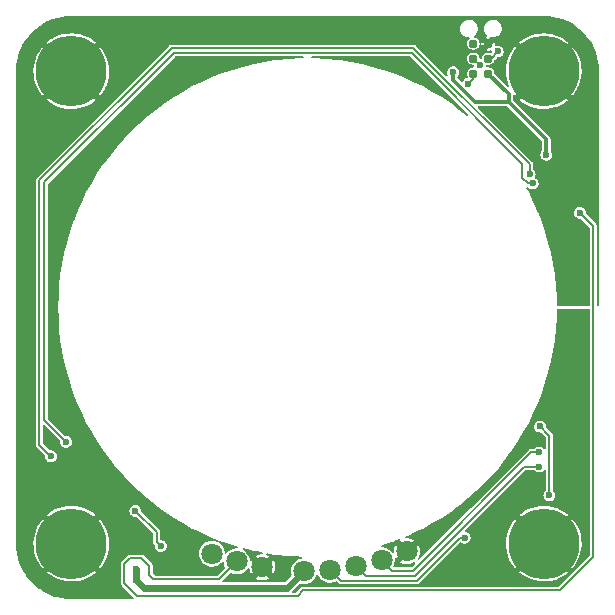
<source format=gtl>
G04 #@! TF.GenerationSoftware,KiCad,Pcbnew,6.0.0-d3dd2cf0fa~116~ubuntu20.04.1*
G04 #@! TF.CreationDate,2022-01-19T00:51:46+01:00*
G04 #@! TF.ProjectId,lensmount,6c656e73-6d6f-4756-9e74-2e6b69636164,rev?*
G04 #@! TF.SameCoordinates,Original*
G04 #@! TF.FileFunction,Copper,L1,Top*
G04 #@! TF.FilePolarity,Positive*
%FSLAX46Y46*%
G04 Gerber Fmt 4.6, Leading zero omitted, Abs format (unit mm)*
G04 Created by KiCad (PCBNEW 6.0.0-d3dd2cf0fa~116~ubuntu20.04.1) date 2022-01-19 00:51:46*
%MOMM*%
%LPD*%
G01*
G04 APERTURE LIST*
G04 #@! TA.AperFunction,ComponentPad*
%ADD10C,0.800000*%
G04 #@! TD*
G04 #@! TA.AperFunction,ComponentPad*
%ADD11C,6.000000*%
G04 #@! TD*
G04 #@! TA.AperFunction,ConnectorPad*
%ADD12C,0.784860*%
G04 #@! TD*
G04 #@! TA.AperFunction,ComponentPad*
%ADD13C,1.800000*%
G04 #@! TD*
G04 #@! TA.AperFunction,ViaPad*
%ADD14C,0.600000*%
G04 #@! TD*
G04 #@! TA.AperFunction,Conductor*
%ADD15C,0.300000*%
G04 #@! TD*
G04 #@! TA.AperFunction,Conductor*
%ADD16C,0.200000*%
G04 #@! TD*
G04 #@! TA.AperFunction,Conductor*
%ADD17C,0.600000*%
G04 #@! TD*
G04 APERTURE END LIST*
D10*
X121590990Y-118409010D03*
X120000000Y-117750000D03*
X118409010Y-118409010D03*
X117750000Y-120000000D03*
X118409010Y-121590990D03*
X120000000Y-122250000D03*
X121590990Y-121590990D03*
X122250000Y-120000000D03*
D11*
X120000000Y-120000000D03*
D10*
X121590990Y-78409010D03*
X120000000Y-77750000D03*
X118409010Y-78409010D03*
X117750000Y-80000000D03*
X118409010Y-81590990D03*
X120000000Y-82250000D03*
X121590990Y-81590990D03*
X122250000Y-80000000D03*
D11*
X120000000Y-80000000D03*
D10*
X81590990Y-118409010D03*
X80000000Y-117750000D03*
X78409010Y-118409010D03*
X77750000Y-120000000D03*
X78409010Y-121590990D03*
X80000000Y-122250000D03*
X81590990Y-121590990D03*
X82250000Y-120000000D03*
D11*
X80000000Y-120000000D03*
D10*
X81590990Y-78409010D03*
X80000000Y-77750000D03*
X78409010Y-78409010D03*
X77750000Y-80000000D03*
X78409010Y-81590990D03*
X80000000Y-82250000D03*
X81590990Y-81590990D03*
X82250000Y-80000000D03*
D11*
X80000000Y-80000000D03*
D12*
X114040000Y-77655000D03*
X115310000Y-77655000D03*
X114040000Y-78925000D03*
X115310000Y-78925000D03*
X114040000Y-80195000D03*
X115310000Y-80195000D03*
D13*
X101900000Y-122200000D03*
X104125000Y-121875000D03*
X99700000Y-122325000D03*
X106275000Y-121400000D03*
X96175000Y-122000000D03*
X108425000Y-120650000D03*
X94000000Y-121500000D03*
X91900000Y-120850000D03*
D14*
X91875000Y-77350000D03*
X91950000Y-79775000D03*
X85425000Y-83925000D03*
X84425000Y-84550000D03*
X84925000Y-83150000D03*
X90225000Y-121450000D03*
X91975000Y-122400000D03*
X88200000Y-122125000D03*
X90125000Y-122375000D03*
X84450000Y-80825000D03*
X103750000Y-77375000D03*
X105975000Y-75850000D03*
X105600000Y-79225000D03*
X109775000Y-76975000D03*
X112325000Y-76600000D03*
X119350000Y-90350000D03*
X121175000Y-87375000D03*
X121450000Y-86025000D03*
X122875000Y-89875000D03*
X123075000Y-93225000D03*
X123100000Y-100775000D03*
X120800000Y-106825000D03*
X123050000Y-109525000D03*
X122575000Y-112875000D03*
X118125000Y-115350000D03*
X118375000Y-111275000D03*
X77600000Y-87600000D03*
X78800000Y-89600000D03*
X82000000Y-83600000D03*
X78600000Y-109000000D03*
X77200000Y-112800000D03*
X79600000Y-115600000D03*
X82200000Y-112800000D03*
X86200000Y-116600000D03*
X89200000Y-119000000D03*
X112325000Y-80100000D03*
X120225000Y-87074989D03*
X116100000Y-78325000D03*
X113300000Y-119500000D03*
X119625000Y-113475000D03*
X119625000Y-112275000D03*
X114624415Y-79496321D03*
X113600000Y-81075000D03*
X119674990Y-110075000D03*
X120475000Y-115900000D03*
X123075000Y-92000000D03*
X85500000Y-122150000D03*
X85500000Y-123100000D03*
X87575000Y-120200000D03*
X85425003Y-117224997D03*
X119050000Y-89500000D03*
X79550000Y-111375000D03*
X118800000Y-88725000D03*
X78275000Y-112600000D03*
D15*
X112325000Y-80725000D02*
X112325000Y-80100000D01*
X117050000Y-82600000D02*
X114200000Y-82600000D01*
X114200000Y-82600000D02*
X112325000Y-80725000D01*
X117050000Y-81935000D02*
X115310000Y-80195000D01*
X117050000Y-82600000D02*
X117050000Y-81935000D01*
X120225000Y-86650725D02*
X120225000Y-87074989D01*
X117050000Y-82600000D02*
X120225000Y-85775000D01*
X120225000Y-85775000D02*
X120225000Y-86650725D01*
D16*
X115500000Y-78925000D02*
X116100000Y-78325000D01*
X115310000Y-78925000D02*
X115500000Y-78925000D01*
X112875000Y-119500000D02*
X113300000Y-119500000D01*
X109250000Y-123125000D02*
X112875000Y-119500000D01*
X102825000Y-123125000D02*
X109250000Y-123125000D01*
X101900000Y-122200000D02*
X102825000Y-123125000D01*
X104125000Y-121875000D02*
X104974989Y-122724989D01*
X104974989Y-122724989D02*
X109075011Y-122724989D01*
X109075011Y-122724989D02*
X118325000Y-113475000D01*
X118325000Y-113475000D02*
X119200736Y-113475000D01*
X119200736Y-113475000D02*
X119625000Y-113475000D01*
X119200736Y-112275000D02*
X119625000Y-112275000D01*
X118959300Y-112275000D02*
X119200736Y-112275000D01*
X108934301Y-122299999D02*
X118959300Y-112275000D01*
X107174999Y-122299999D02*
X108934301Y-122299999D01*
X106275000Y-121400000D02*
X107174999Y-122299999D01*
X114611321Y-79496321D02*
X114040000Y-78925000D01*
X114624415Y-79496321D02*
X114611321Y-79496321D01*
X114040000Y-80635000D02*
X114040000Y-80195000D01*
X113600000Y-81075000D02*
X114040000Y-80635000D01*
X120475000Y-115475736D02*
X120475000Y-115900000D01*
X119674990Y-110075000D02*
X120475000Y-110875010D01*
X120475000Y-110875010D02*
X120475000Y-115475736D01*
X92500000Y-123000000D02*
X94000000Y-121500000D01*
X86950000Y-123000000D02*
X92500000Y-123000000D01*
X123075000Y-92000000D02*
X124190566Y-93115566D01*
X86600000Y-121900000D02*
X86600000Y-122650000D01*
X124190566Y-93115566D02*
X124190566Y-121159434D01*
X124190566Y-121159434D02*
X121400000Y-123950000D01*
X121400000Y-123950000D02*
X99650000Y-123950000D01*
X99650000Y-123950000D02*
X99150000Y-124450000D01*
X86600000Y-122650000D02*
X86950000Y-123000000D01*
X99150000Y-124450000D02*
X85600000Y-124450000D01*
X85600000Y-124450000D02*
X84500000Y-123350000D01*
X84500000Y-123350000D02*
X84500000Y-121725000D01*
X84500000Y-121725000D02*
X85000000Y-121225000D01*
X85000000Y-121225000D02*
X85925000Y-121225000D01*
X85925000Y-121225000D02*
X86600000Y-121900000D01*
D17*
X85799999Y-123399999D02*
X85500000Y-123100000D01*
X86150000Y-123750000D02*
X85799999Y-123399999D01*
X98275000Y-123750000D02*
X86150000Y-123750000D01*
X99700000Y-122325000D02*
X98275000Y-123750000D01*
X85500000Y-123100000D02*
X85500000Y-122150000D01*
D16*
X87225000Y-119024994D02*
X85425003Y-117224997D01*
X87225000Y-119850000D02*
X87225000Y-119024994D01*
X87575000Y-120200000D02*
X87225000Y-119850000D01*
X79250001Y-111075001D02*
X79550000Y-111375000D01*
X77700011Y-109525011D02*
X79250001Y-111075001D01*
X77700011Y-89415689D02*
X77700011Y-109525011D01*
X88665689Y-78450011D02*
X77700011Y-89415689D01*
X118193045Y-89067309D02*
X118193045Y-87843045D01*
X118625736Y-89500000D02*
X118193045Y-89067309D01*
X119050000Y-89500000D02*
X118625736Y-89500000D01*
X118193045Y-87843045D02*
X108800011Y-78450011D01*
X108800011Y-78450011D02*
X88665689Y-78450011D01*
X77975001Y-112300001D02*
X78275000Y-112600000D01*
X118800000Y-88725000D02*
X118800000Y-87884300D01*
X118800000Y-87884300D02*
X108965700Y-78050000D01*
X77300000Y-111625000D02*
X77975001Y-112300001D01*
X88500000Y-78050000D02*
X77300000Y-89250000D01*
X108965700Y-78050000D02*
X88500000Y-78050000D01*
X77300000Y-89250000D02*
X77300000Y-111625000D01*
G04 #@! TA.AperFunction,Conductor*
G36*
X119985683Y-75301933D02*
G01*
X119999642Y-75305143D01*
X120008831Y-75303064D01*
X120028914Y-75301263D01*
X120221554Y-75309673D01*
X120406325Y-75317741D01*
X120412917Y-75318317D01*
X120812865Y-75370972D01*
X120819394Y-75372124D01*
X121213196Y-75459428D01*
X121219601Y-75461144D01*
X121604335Y-75582450D01*
X121610565Y-75584717D01*
X121983240Y-75739084D01*
X121989248Y-75741886D01*
X122034210Y-75765291D01*
X122347055Y-75928148D01*
X122352797Y-75931463D01*
X122693012Y-76148204D01*
X122698441Y-76152006D01*
X122823879Y-76248257D01*
X123018470Y-76397572D01*
X123023547Y-76401832D01*
X123320964Y-76674364D01*
X123325636Y-76679036D01*
X123589271Y-76966744D01*
X123598166Y-76976451D01*
X123602426Y-76981528D01*
X123843059Y-77295127D01*
X123847993Y-77301557D01*
X123851796Y-77306988D01*
X124068537Y-77647203D01*
X124071852Y-77652945D01*
X124258114Y-78010751D01*
X124260916Y-78016760D01*
X124415283Y-78389435D01*
X124417550Y-78395665D01*
X124538856Y-78780399D01*
X124540572Y-78786804D01*
X124627876Y-79180606D01*
X124629028Y-79187134D01*
X124669734Y-79496321D01*
X124681682Y-79587077D01*
X124682259Y-79593675D01*
X124687601Y-79716019D01*
X124698716Y-79970605D01*
X124696855Y-79990950D01*
X124696775Y-79991298D01*
X124696775Y-79991301D01*
X124694857Y-79999642D01*
X124696746Y-80007990D01*
X124698126Y-80014089D01*
X124700000Y-80030862D01*
X124700000Y-99824000D01*
X124682219Y-99872852D01*
X124637197Y-99898845D01*
X124624000Y-99900000D01*
X124567066Y-99900000D01*
X124518214Y-99882219D01*
X124492221Y-99837197D01*
X124491066Y-99824000D01*
X124491066Y-93170054D01*
X124491460Y-93164686D01*
X124492992Y-93160224D01*
X124491120Y-93110363D01*
X124491066Y-93107512D01*
X124491066Y-93087618D01*
X124490424Y-93084170D01*
X124490129Y-93080978D01*
X124489863Y-93076886D01*
X124488792Y-93048358D01*
X124483237Y-93035428D01*
X124478353Y-93019355D01*
X124475775Y-93005513D01*
X124460912Y-92981401D01*
X124455782Y-92971525D01*
X124444602Y-92945504D01*
X124440589Y-92940617D01*
X124434321Y-92934349D01*
X124423366Y-92920491D01*
X124417034Y-92910218D01*
X124392566Y-92891613D01*
X124384829Y-92884857D01*
X123598387Y-92098415D01*
X123576416Y-92051299D01*
X123577180Y-92032067D01*
X123580008Y-92015258D01*
X123580009Y-92015250D01*
X123580496Y-92012354D01*
X123580647Y-92000000D01*
X123579763Y-91993823D01*
X123561091Y-91863443D01*
X123561091Y-91863441D01*
X123560323Y-91858082D01*
X123500984Y-91727572D01*
X123407400Y-91618963D01*
X123396721Y-91612041D01*
X123291636Y-91543928D01*
X123291634Y-91543927D01*
X123287095Y-91540985D01*
X123149739Y-91499907D01*
X123092054Y-91499555D01*
X123011791Y-91499064D01*
X123011790Y-91499064D01*
X123006376Y-91499031D01*
X122868529Y-91538428D01*
X122747280Y-91614930D01*
X122652377Y-91722388D01*
X122650078Y-91727284D01*
X122650077Y-91727286D01*
X122596315Y-91841796D01*
X122591447Y-91852163D01*
X122590614Y-91857514D01*
X122590613Y-91857517D01*
X122571308Y-91981509D01*
X122569391Y-91993823D01*
X122570093Y-91999191D01*
X122570093Y-91999192D01*
X122571429Y-92009410D01*
X122587980Y-92135979D01*
X122645720Y-92267203D01*
X122737970Y-92376948D01*
X122857313Y-92456390D01*
X122947154Y-92484458D01*
X122988990Y-92497528D01*
X122988992Y-92497528D01*
X122994157Y-92499142D01*
X123090416Y-92500907D01*
X123121404Y-92501475D01*
X123173751Y-92523722D01*
X123867806Y-93217777D01*
X123889777Y-93264893D01*
X123890066Y-93271517D01*
X123890066Y-99824000D01*
X123872285Y-99872852D01*
X123827263Y-99898845D01*
X123814066Y-99900000D01*
X121177200Y-99900000D01*
X121128348Y-99882219D01*
X121102355Y-99837197D01*
X121101218Y-99825658D01*
X121084953Y-99080226D01*
X121084953Y-99080215D01*
X121084935Y-99079412D01*
X121024711Y-98160576D01*
X120924466Y-97245242D01*
X120784389Y-96335151D01*
X120604749Y-95432037D01*
X120385886Y-94537618D01*
X120128217Y-93653597D01*
X119832233Y-92781657D01*
X119723277Y-92501475D01*
X119498793Y-91924216D01*
X119498789Y-91924207D01*
X119498498Y-91923458D01*
X119467128Y-91852163D01*
X119331501Y-91543928D01*
X119127646Y-91080632D01*
X118720383Y-90254785D01*
X118534647Y-89916233D01*
X118526738Y-89864852D01*
X118553708Y-89820408D01*
X118604651Y-89803880D01*
X118610802Y-89805340D01*
X118617752Y-89804394D01*
X118620325Y-89804520D01*
X118668250Y-89824666D01*
X118674789Y-89831526D01*
X118712970Y-89876948D01*
X118832313Y-89956390D01*
X118922154Y-89984458D01*
X118963990Y-89997528D01*
X118963992Y-89997528D01*
X118969157Y-89999142D01*
X119046291Y-90000556D01*
X119107088Y-90001671D01*
X119107089Y-90001671D01*
X119112499Y-90001770D01*
X119117717Y-90000347D01*
X119117720Y-90000347D01*
X119199629Y-89978015D01*
X119250817Y-89964060D01*
X119255429Y-89961228D01*
X119255432Y-89961227D01*
X119328709Y-89916234D01*
X119372991Y-89889045D01*
X119469200Y-89782754D01*
X119471562Y-89777879D01*
X119471564Y-89777876D01*
X119529347Y-89658610D01*
X119531710Y-89653733D01*
X119555496Y-89512354D01*
X119555647Y-89500000D01*
X119535323Y-89358082D01*
X119475984Y-89227572D01*
X119382400Y-89118963D01*
X119273521Y-89048391D01*
X119242199Y-89006901D01*
X119246464Y-88951481D01*
X119281710Y-88878733D01*
X119305496Y-88737354D01*
X119305647Y-88725000D01*
X119296379Y-88660280D01*
X119286091Y-88588443D01*
X119286091Y-88588441D01*
X119285323Y-88583082D01*
X119225984Y-88452572D01*
X119132400Y-88343963D01*
X119127855Y-88341017D01*
X119126539Y-88339869D01*
X119101415Y-88294356D01*
X119100500Y-88282598D01*
X119100500Y-87938785D01*
X119100894Y-87933417D01*
X119102425Y-87928958D01*
X119100553Y-87879085D01*
X119100500Y-87876234D01*
X119100500Y-87856352D01*
X119099860Y-87852912D01*
X119099563Y-87849699D01*
X119099295Y-87845564D01*
X119098489Y-87824104D01*
X119098226Y-87817091D01*
X119092673Y-87804166D01*
X119087784Y-87788075D01*
X119086494Y-87781146D01*
X119086493Y-87781145D01*
X119085209Y-87774247D01*
X119081529Y-87768276D01*
X119081527Y-87768272D01*
X119070347Y-87750136D01*
X119065215Y-87740256D01*
X119056156Y-87719171D01*
X119056156Y-87719170D01*
X119054036Y-87714237D01*
X119050022Y-87709351D01*
X119043757Y-87703086D01*
X119032801Y-87689226D01*
X119030150Y-87684925D01*
X119026468Y-87678952D01*
X119001996Y-87660343D01*
X118994259Y-87653588D01*
X114420911Y-83080240D01*
X114398940Y-83033124D01*
X114412395Y-82982908D01*
X114454981Y-82953090D01*
X114474651Y-82950500D01*
X116873338Y-82950500D01*
X116922190Y-82968281D01*
X116927078Y-82972760D01*
X119852240Y-85897922D01*
X119874211Y-85945038D01*
X119874500Y-85951662D01*
X119874500Y-86686957D01*
X119855465Y-86737266D01*
X119802377Y-86797377D01*
X119800078Y-86802273D01*
X119800077Y-86802275D01*
X119746315Y-86916785D01*
X119741447Y-86927152D01*
X119740614Y-86932503D01*
X119740613Y-86932506D01*
X119721308Y-87056498D01*
X119719391Y-87068812D01*
X119720093Y-87074180D01*
X119720093Y-87074181D01*
X119721431Y-87084412D01*
X119737980Y-87210968D01*
X119795720Y-87342192D01*
X119887970Y-87451937D01*
X120007313Y-87531379D01*
X120097154Y-87559447D01*
X120138990Y-87572517D01*
X120138992Y-87572517D01*
X120144157Y-87574131D01*
X120221291Y-87575545D01*
X120282088Y-87576660D01*
X120282089Y-87576660D01*
X120287499Y-87576759D01*
X120292717Y-87575336D01*
X120292720Y-87575336D01*
X120374629Y-87553004D01*
X120425817Y-87539049D01*
X120430429Y-87536217D01*
X120430432Y-87536216D01*
X120499725Y-87493670D01*
X120547991Y-87464034D01*
X120644200Y-87357743D01*
X120646562Y-87352868D01*
X120646564Y-87352865D01*
X120704347Y-87233599D01*
X120706710Y-87228722D01*
X120730496Y-87087343D01*
X120730647Y-87074989D01*
X120729763Y-87068812D01*
X120711091Y-86938432D01*
X120711091Y-86938430D01*
X120710323Y-86933071D01*
X120650984Y-86802561D01*
X120593925Y-86736341D01*
X120575500Y-86686731D01*
X120575500Y-85820504D01*
X120577202Y-85804509D01*
X120578629Y-85797882D01*
X120578629Y-85797879D01*
X120579951Y-85791739D01*
X120576027Y-85758585D01*
X120575500Y-85749653D01*
X120575500Y-85745885D01*
X120574986Y-85742797D01*
X120574985Y-85742785D01*
X120572414Y-85727341D01*
X120571909Y-85723794D01*
X120566975Y-85682100D01*
X120566974Y-85682097D01*
X120566236Y-85675861D01*
X120563516Y-85670197D01*
X120563328Y-85669549D01*
X120563118Y-85668627D01*
X120562795Y-85667606D01*
X120562441Y-85666741D01*
X120562220Y-85666095D01*
X120561188Y-85659897D01*
X120538253Y-85617393D01*
X120536632Y-85614211D01*
X120517796Y-85574984D01*
X120517794Y-85574982D01*
X120515726Y-85570674D01*
X120512408Y-85566726D01*
X120511362Y-85565680D01*
X120508555Y-85562353D01*
X120505778Y-85557206D01*
X120468650Y-85522885D01*
X120466499Y-85520817D01*
X117422760Y-82477078D01*
X117403070Y-82434854D01*
X117923984Y-82434854D01*
X117925436Y-82440271D01*
X117955467Y-82468080D01*
X117958741Y-82470789D01*
X118243326Y-82680603D01*
X118246879Y-82682929D01*
X118553088Y-82859718D01*
X118556852Y-82861619D01*
X118880881Y-83003184D01*
X118884831Y-83004653D01*
X119222601Y-83109211D01*
X119226714Y-83110236D01*
X119574023Y-83176488D01*
X119578236Y-83177050D01*
X119930769Y-83204177D01*
X119934991Y-83204265D01*
X120288368Y-83191925D01*
X120292572Y-83191542D01*
X120642370Y-83139889D01*
X120646507Y-83139040D01*
X120988362Y-83048718D01*
X120992391Y-83047409D01*
X121322047Y-82919543D01*
X121325889Y-82917800D01*
X121639251Y-82753980D01*
X121642866Y-82751825D01*
X121936003Y-82554101D01*
X121939388Y-82551532D01*
X122068878Y-82441326D01*
X122074276Y-82431824D01*
X122073378Y-82426932D01*
X120009476Y-80363029D01*
X119999574Y-80358411D01*
X119993519Y-80360034D01*
X117928602Y-82424952D01*
X117923984Y-82434854D01*
X117403070Y-82434854D01*
X117400789Y-82429962D01*
X117400500Y-82423338D01*
X117400500Y-82090183D01*
X117418281Y-82041331D01*
X117463303Y-82015338D01*
X117514500Y-82024365D01*
X117534031Y-82040523D01*
X117558580Y-82068963D01*
X117568117Y-82074293D01*
X117573104Y-82073342D01*
X119636971Y-80009476D01*
X119641192Y-80000426D01*
X120358411Y-80000426D01*
X120360034Y-80006481D01*
X122425636Y-82072082D01*
X122435538Y-82076700D01*
X122441065Y-82075219D01*
X122453759Y-82061700D01*
X122456467Y-82058474D01*
X122668282Y-81775335D01*
X122670618Y-81771819D01*
X122849542Y-81466850D01*
X122851483Y-81463073D01*
X122995291Y-81140077D01*
X122996800Y-81136104D01*
X123103707Y-80799088D01*
X123104761Y-80794985D01*
X123173438Y-80448143D01*
X123174030Y-80443927D01*
X123203680Y-80090829D01*
X123203811Y-80088159D01*
X123205024Y-80001320D01*
X123204967Y-79998661D01*
X123185187Y-79644861D01*
X123184714Y-79640647D01*
X123125747Y-79292009D01*
X123124813Y-79287900D01*
X123027350Y-78948007D01*
X123025955Y-78944002D01*
X122891224Y-78617119D01*
X122889384Y-78613280D01*
X122719055Y-78303451D01*
X122716806Y-78299852D01*
X122512992Y-78010928D01*
X122510362Y-78007609D01*
X122441935Y-77930537D01*
X122432326Y-77925341D01*
X122427150Y-77926404D01*
X120363029Y-79990524D01*
X120358411Y-80000426D01*
X119641192Y-80000426D01*
X119641589Y-79999574D01*
X119639966Y-79993519D01*
X117575621Y-77929175D01*
X117565719Y-77924557D01*
X117560410Y-77925980D01*
X117517703Y-77972751D01*
X117515020Y-77976041D01*
X117307198Y-78262082D01*
X117304902Y-78265645D01*
X117130246Y-78573096D01*
X117128375Y-78576865D01*
X116989080Y-78901865D01*
X116987633Y-78905840D01*
X116885437Y-79244329D01*
X116884441Y-79248448D01*
X116820615Y-79596208D01*
X116820083Y-79600419D01*
X116795418Y-79953127D01*
X116795359Y-79957382D01*
X116810165Y-80310634D01*
X116810579Y-80314857D01*
X116864671Y-80664267D01*
X116865553Y-80668416D01*
X116958255Y-81009614D01*
X116959596Y-81013645D01*
X117044243Y-81227441D01*
X117045695Y-81279407D01*
X117013403Y-81320149D01*
X116962478Y-81330603D01*
X116919840Y-81309158D01*
X115856026Y-80245344D01*
X115834055Y-80198228D01*
X115834039Y-80197863D01*
X115834416Y-80195000D01*
X115823916Y-80115241D01*
X115817197Y-80064205D01*
X115817196Y-80064202D01*
X115816547Y-80059271D01*
X115774399Y-79957517D01*
X115766064Y-79937393D01*
X115766063Y-79937392D01*
X115764158Y-79932792D01*
X115680818Y-79824182D01*
X115572208Y-79740842D01*
X115567608Y-79738937D01*
X115567607Y-79738936D01*
X115519387Y-79718963D01*
X115445729Y-79688453D01*
X115440798Y-79687804D01*
X115440795Y-79687803D01*
X115314937Y-79671234D01*
X115310000Y-79670584D01*
X115305063Y-79671234D01*
X115199898Y-79685079D01*
X115149143Y-79673827D01*
X115117495Y-79632583D01*
X115115031Y-79597120D01*
X115129423Y-79511575D01*
X115129911Y-79508675D01*
X115129947Y-79505729D01*
X115129963Y-79505551D01*
X115152034Y-79458481D01*
X115199196Y-79436610D01*
X115215576Y-79436985D01*
X115310000Y-79449416D01*
X115314937Y-79448766D01*
X115440795Y-79432197D01*
X115440798Y-79432196D01*
X115445729Y-79431547D01*
X115533749Y-79395088D01*
X115567607Y-79381064D01*
X115567608Y-79381063D01*
X115572208Y-79379158D01*
X115680818Y-79295818D01*
X115764158Y-79187208D01*
X115816547Y-79060729D01*
X115817197Y-79055795D01*
X115817198Y-79055790D01*
X115817321Y-79054855D01*
X115817600Y-79054289D01*
X115818487Y-79050979D01*
X115819146Y-79051155D01*
X115838930Y-79011041D01*
X116002870Y-78847101D01*
X116049986Y-78825130D01*
X116058001Y-78824854D01*
X116090067Y-78825442D01*
X116157088Y-78826671D01*
X116157089Y-78826671D01*
X116162499Y-78826770D01*
X116167717Y-78825347D01*
X116167720Y-78825347D01*
X116281945Y-78794205D01*
X116300817Y-78789060D01*
X116305429Y-78786228D01*
X116305432Y-78786227D01*
X116374725Y-78743681D01*
X116422991Y-78714045D01*
X116519200Y-78607754D01*
X116521562Y-78602879D01*
X116521564Y-78602876D01*
X116579347Y-78483610D01*
X116581710Y-78478733D01*
X116583359Y-78468936D01*
X116601942Y-78358477D01*
X116605496Y-78337354D01*
X116605647Y-78325000D01*
X116604763Y-78318823D01*
X116586091Y-78188443D01*
X116586091Y-78188441D01*
X116585323Y-78183082D01*
X116525984Y-78052572D01*
X116460040Y-77976041D01*
X116435933Y-77948063D01*
X116435932Y-77948062D01*
X116432400Y-77943963D01*
X116384024Y-77912607D01*
X116316636Y-77868928D01*
X116316634Y-77868927D01*
X116312095Y-77865985D01*
X116174739Y-77824907D01*
X116117054Y-77824555D01*
X116036791Y-77824064D01*
X116036790Y-77824064D01*
X116031376Y-77824031D01*
X115997941Y-77833587D01*
X115997199Y-77833799D01*
X115990928Y-77835591D01*
X115939070Y-77831919D01*
X115901706Y-77795773D01*
X115894693Y-77752597D01*
X115906892Y-77659937D01*
X115906892Y-77650063D01*
X115896082Y-77567951D01*
X117925579Y-77567951D01*
X117926585Y-77573031D01*
X119990524Y-79636971D01*
X120000426Y-79641589D01*
X120006481Y-79639966D01*
X122070361Y-77576085D01*
X122074979Y-77566183D01*
X122073584Y-77560979D01*
X122009873Y-77503613D01*
X122006562Y-77500951D01*
X121719069Y-77295127D01*
X121715500Y-77292862D01*
X121406848Y-77120361D01*
X121403045Y-77118506D01*
X121077091Y-76981488D01*
X121073100Y-76980067D01*
X120733909Y-76880238D01*
X120729780Y-76879270D01*
X120381587Y-76817874D01*
X120377369Y-76817371D01*
X120024492Y-76795169D01*
X120020254Y-76795140D01*
X119667114Y-76812412D01*
X119662873Y-76812858D01*
X119313864Y-76869384D01*
X119309715Y-76870296D01*
X118969172Y-76965377D01*
X118965157Y-76966744D01*
X118637328Y-77099195D01*
X118633487Y-77101003D01*
X118322480Y-77269164D01*
X118318851Y-77271397D01*
X118028534Y-77473173D01*
X118025175Y-77475796D01*
X117930841Y-77558379D01*
X117925579Y-77567951D01*
X115896082Y-77567951D01*
X115887831Y-77505279D01*
X115885277Y-77495747D01*
X115872107Y-77463955D01*
X115864954Y-77456148D01*
X115859307Y-77459246D01*
X115116050Y-78202503D01*
X115111575Y-78212099D01*
X115116599Y-78216132D01*
X115150747Y-78230277D01*
X115160279Y-78232831D01*
X115299905Y-78251213D01*
X115308418Y-78255645D01*
X115313566Y-78252365D01*
X115320095Y-78251213D01*
X115459721Y-78232831D01*
X115469256Y-78230276D01*
X115492763Y-78220539D01*
X115544700Y-78218272D01*
X115585944Y-78249920D01*
X115596941Y-78302446D01*
X115594391Y-78318823D01*
X115595093Y-78324191D01*
X115595093Y-78324193D01*
X115599576Y-78358477D01*
X115588280Y-78409222D01*
X115577958Y-78422071D01*
X115577696Y-78422333D01*
X115530580Y-78444304D01*
X115494873Y-78438808D01*
X115450331Y-78420359D01*
X115450330Y-78420359D01*
X115445729Y-78418453D01*
X115375613Y-78409222D01*
X115320095Y-78401913D01*
X115311583Y-78397482D01*
X115306434Y-78400762D01*
X115299905Y-78401913D01*
X115179205Y-78417803D01*
X115179202Y-78417804D01*
X115174271Y-78418453D01*
X115111861Y-78444304D01*
X115052393Y-78468936D01*
X115052392Y-78468937D01*
X115047792Y-78470842D01*
X114939182Y-78554182D01*
X114855842Y-78662792D01*
X114803453Y-78789271D01*
X114802804Y-78794202D01*
X114802803Y-78794205D01*
X114791028Y-78883651D01*
X114785584Y-78925000D01*
X114785098Y-78924936D01*
X114768453Y-78970668D01*
X114723431Y-78996661D01*
X114701560Y-78996947D01*
X114699154Y-78996228D01*
X114680637Y-78996115D01*
X114639301Y-78995862D01*
X114590559Y-78977783D01*
X114564841Y-78932602D01*
X114564284Y-78926002D01*
X114564416Y-78925000D01*
X114560464Y-78894978D01*
X114547197Y-78794205D01*
X114547196Y-78794202D01*
X114546547Y-78789271D01*
X114494158Y-78662792D01*
X114410818Y-78554182D01*
X114302208Y-78470842D01*
X114297608Y-78468937D01*
X114297607Y-78468936D01*
X114238139Y-78444304D01*
X114175729Y-78418453D01*
X114170798Y-78417804D01*
X114170795Y-78417803D01*
X114044937Y-78401234D01*
X114040000Y-78400584D01*
X114035063Y-78401234D01*
X113909205Y-78417803D01*
X113909202Y-78417804D01*
X113904271Y-78418453D01*
X113841861Y-78444304D01*
X113782393Y-78468936D01*
X113782392Y-78468937D01*
X113777792Y-78470842D01*
X113669182Y-78554182D01*
X113585842Y-78662792D01*
X113533453Y-78789271D01*
X113532804Y-78794202D01*
X113532803Y-78794205D01*
X113521028Y-78883651D01*
X113515584Y-78925000D01*
X113516234Y-78929937D01*
X113532803Y-79055790D01*
X113533453Y-79060729D01*
X113585842Y-79187208D01*
X113669182Y-79295818D01*
X113777792Y-79379158D01*
X113782392Y-79381063D01*
X113782393Y-79381064D01*
X113816251Y-79395088D01*
X113904271Y-79431547D01*
X113909202Y-79432196D01*
X113909205Y-79432197D01*
X114025850Y-79447553D01*
X114040000Y-79449416D01*
X114044937Y-79448766D01*
X114046687Y-79448766D01*
X114095539Y-79466547D01*
X114122044Y-79514909D01*
X114131365Y-79586183D01*
X114120068Y-79636926D01*
X114078796Y-79668538D01*
X114049920Y-79671052D01*
X114049920Y-79671234D01*
X114047824Y-79671234D01*
X114046089Y-79671385D01*
X114044942Y-79671234D01*
X114044937Y-79671234D01*
X114040000Y-79670584D01*
X114035063Y-79671234D01*
X113909205Y-79687803D01*
X113909202Y-79687804D01*
X113904271Y-79688453D01*
X113830613Y-79718963D01*
X113782393Y-79738936D01*
X113782392Y-79738937D01*
X113777792Y-79740842D01*
X113669182Y-79824182D01*
X113585842Y-79932792D01*
X113583937Y-79937392D01*
X113583936Y-79937393D01*
X113575601Y-79957517D01*
X113533453Y-80059271D01*
X113532804Y-80064202D01*
X113532803Y-80064205D01*
X113526084Y-80115241D01*
X113515584Y-80195000D01*
X113533453Y-80330729D01*
X113585842Y-80457208D01*
X113588873Y-80461158D01*
X113588914Y-80461229D01*
X113597943Y-80512426D01*
X113571950Y-80557449D01*
X113534489Y-80574050D01*
X113531376Y-80574031D01*
X113393529Y-80613428D01*
X113272280Y-80689930D01*
X113268696Y-80693988D01*
X113212755Y-80757330D01*
X113177377Y-80797388D01*
X113175078Y-80802284D01*
X113175077Y-80802286D01*
X113132541Y-80892884D01*
X113095684Y-80929547D01*
X113043883Y-80933942D01*
X113010006Y-80914324D01*
X112697760Y-80602078D01*
X112675789Y-80554962D01*
X112675500Y-80548338D01*
X112675500Y-80487940D01*
X112695153Y-80436941D01*
X112744200Y-80382754D01*
X112746562Y-80377879D01*
X112746564Y-80377876D01*
X112804347Y-80258610D01*
X112806710Y-80253733D01*
X112808122Y-80245344D01*
X112830010Y-80115241D01*
X112830496Y-80112354D01*
X112830647Y-80100000D01*
X112829763Y-80093823D01*
X112811091Y-79963443D01*
X112811091Y-79963441D01*
X112810323Y-79958082D01*
X112750984Y-79827572D01*
X112657400Y-79718963D01*
X112609326Y-79687803D01*
X112541636Y-79643928D01*
X112541634Y-79643927D01*
X112537095Y-79640985D01*
X112399739Y-79599907D01*
X112342054Y-79599555D01*
X112261791Y-79599064D01*
X112261790Y-79599064D01*
X112256376Y-79599031D01*
X112118529Y-79638428D01*
X111997280Y-79714930D01*
X111902377Y-79822388D01*
X111900078Y-79827284D01*
X111900077Y-79827286D01*
X111879291Y-79871558D01*
X111841447Y-79952163D01*
X111840614Y-79957514D01*
X111840613Y-79957517D01*
X111824771Y-80059271D01*
X111819391Y-80093823D01*
X111820093Y-80099191D01*
X111820093Y-80099192D01*
X111821431Y-80109423D01*
X111837980Y-80235979D01*
X111847696Y-80258059D01*
X111880157Y-80331833D01*
X111883557Y-80383709D01*
X111852816Y-80425634D01*
X111802319Y-80437990D01*
X111756853Y-80416182D01*
X109216712Y-77876041D01*
X109213197Y-77871969D01*
X109211125Y-77867731D01*
X109196164Y-77853852D01*
X109174546Y-77833799D01*
X109172492Y-77831821D01*
X109158423Y-77817752D01*
X109155529Y-77815766D01*
X109153071Y-77813724D01*
X109149958Y-77810990D01*
X109129054Y-77791599D01*
X109115981Y-77786383D01*
X109101156Y-77778467D01*
X109095343Y-77774479D01*
X109095342Y-77774479D01*
X109089554Y-77770508D01*
X109061987Y-77763966D01*
X109051386Y-77760613D01*
X109025078Y-77750117D01*
X109018785Y-77749500D01*
X109009922Y-77749500D01*
X108992374Y-77747446D01*
X108987461Y-77746280D01*
X108987460Y-77746280D01*
X108980634Y-77744660D01*
X108973683Y-77745606D01*
X108973682Y-77745606D01*
X108950168Y-77748806D01*
X108939920Y-77749500D01*
X88554485Y-77749500D01*
X88549117Y-77749106D01*
X88544658Y-77747575D01*
X88537649Y-77747838D01*
X88537648Y-77747838D01*
X88494786Y-77749447D01*
X88491935Y-77749500D01*
X88472052Y-77749500D01*
X88468612Y-77750141D01*
X88465400Y-77750437D01*
X88461267Y-77750705D01*
X88432792Y-77751774D01*
X88419862Y-77757329D01*
X88403789Y-77762213D01*
X88389947Y-77764791D01*
X88383973Y-77768473D01*
X88383974Y-77768473D01*
X88365836Y-77779653D01*
X88355956Y-77784785D01*
X88340097Y-77791599D01*
X88329937Y-77795964D01*
X88325051Y-77799978D01*
X88318786Y-77806243D01*
X88304927Y-77817199D01*
X88294652Y-77823532D01*
X88290405Y-77829117D01*
X88290404Y-77829118D01*
X88276044Y-77848003D01*
X88269288Y-77855741D01*
X77126041Y-88998988D01*
X77121969Y-89002503D01*
X77117731Y-89004575D01*
X77112958Y-89009720D01*
X77112957Y-89009721D01*
X77083799Y-89041154D01*
X77081821Y-89043208D01*
X77067752Y-89057277D01*
X77065766Y-89060171D01*
X77063724Y-89062629D01*
X77060990Y-89065741D01*
X77041599Y-89086646D01*
X77036383Y-89099719D01*
X77028467Y-89114543D01*
X77020508Y-89126146D01*
X77013966Y-89153713D01*
X77010613Y-89164314D01*
X77000117Y-89190622D01*
X76999500Y-89196915D01*
X76999500Y-89205778D01*
X76997446Y-89223326D01*
X76994660Y-89235066D01*
X76995606Y-89242017D01*
X76995606Y-89242018D01*
X76998806Y-89265532D01*
X76999500Y-89275780D01*
X76999500Y-111570515D01*
X76999106Y-111575883D01*
X76997575Y-111580342D01*
X76997838Y-111587351D01*
X76997838Y-111587352D01*
X76999447Y-111630214D01*
X76999500Y-111633065D01*
X76999500Y-111652948D01*
X77000141Y-111656388D01*
X77000437Y-111659600D01*
X77000705Y-111663733D01*
X77001774Y-111692208D01*
X77007329Y-111705138D01*
X77012213Y-111721211D01*
X77014791Y-111735053D01*
X77018473Y-111741026D01*
X77029653Y-111759164D01*
X77034785Y-111769044D01*
X77045964Y-111795063D01*
X77049978Y-111799949D01*
X77056243Y-111806214D01*
X77067199Y-111820073D01*
X77073532Y-111830348D01*
X77079117Y-111834595D01*
X77079118Y-111834596D01*
X77098003Y-111848956D01*
X77105741Y-111855712D01*
X77752129Y-112502100D01*
X77774100Y-112549216D01*
X77773484Y-112567530D01*
X77770341Y-112587719D01*
X77769391Y-112593823D01*
X77770093Y-112599191D01*
X77770093Y-112599192D01*
X77771431Y-112609423D01*
X77787980Y-112735979D01*
X77845720Y-112867203D01*
X77937970Y-112976948D01*
X78057313Y-113056390D01*
X78147154Y-113084458D01*
X78188990Y-113097528D01*
X78188992Y-113097528D01*
X78194157Y-113099142D01*
X78271291Y-113100556D01*
X78332088Y-113101671D01*
X78332089Y-113101671D01*
X78337499Y-113101770D01*
X78342717Y-113100347D01*
X78342720Y-113100347D01*
X78424629Y-113078015D01*
X78475817Y-113064060D01*
X78480429Y-113061228D01*
X78480432Y-113061227D01*
X78549725Y-113018681D01*
X78597991Y-112989045D01*
X78694200Y-112882754D01*
X78696562Y-112877879D01*
X78696564Y-112877876D01*
X78754347Y-112758610D01*
X78756710Y-112753733D01*
X78760198Y-112733005D01*
X78771799Y-112664045D01*
X78780496Y-112612354D01*
X78780647Y-112600000D01*
X78779763Y-112593823D01*
X78761091Y-112463443D01*
X78761091Y-112463441D01*
X78760323Y-112458082D01*
X78700984Y-112327572D01*
X78607400Y-112218963D01*
X78602858Y-112216019D01*
X78491636Y-112143928D01*
X78491634Y-112143927D01*
X78487095Y-112140985D01*
X78367916Y-112105343D01*
X78354922Y-112101457D01*
X78349739Y-112099907D01*
X78328454Y-112099777D01*
X78230164Y-112099176D01*
X78181422Y-112081097D01*
X78176889Y-112076917D01*
X77622760Y-111522789D01*
X77600789Y-111475673D01*
X77600500Y-111469049D01*
X77600500Y-110033951D01*
X77618281Y-109985099D01*
X77663303Y-109959106D01*
X77714500Y-109968133D01*
X77730240Y-109980211D01*
X79027129Y-111277100D01*
X79049100Y-111324216D01*
X79048484Y-111342530D01*
X79045224Y-111363471D01*
X79044391Y-111368823D01*
X79045093Y-111374191D01*
X79045093Y-111374192D01*
X79046431Y-111384423D01*
X79062980Y-111510979D01*
X79120720Y-111642203D01*
X79212970Y-111751948D01*
X79332313Y-111831390D01*
X79388540Y-111848956D01*
X79463990Y-111872528D01*
X79463992Y-111872528D01*
X79469157Y-111874142D01*
X79546291Y-111875556D01*
X79607088Y-111876671D01*
X79607089Y-111876671D01*
X79612499Y-111876770D01*
X79617717Y-111875347D01*
X79617720Y-111875347D01*
X79714519Y-111848956D01*
X79750817Y-111839060D01*
X79755429Y-111836228D01*
X79755432Y-111836227D01*
X79864849Y-111769044D01*
X79872991Y-111764045D01*
X79969200Y-111657754D01*
X79971562Y-111652879D01*
X79971564Y-111652876D01*
X80029347Y-111533610D01*
X80031710Y-111528733D01*
X80055496Y-111387354D01*
X80055647Y-111375000D01*
X80054763Y-111368823D01*
X80036091Y-111238443D01*
X80036091Y-111238441D01*
X80035323Y-111233082D01*
X79975984Y-111102572D01*
X79882400Y-110993963D01*
X79856570Y-110977221D01*
X79766636Y-110918928D01*
X79766634Y-110918927D01*
X79762095Y-110915985D01*
X79624739Y-110874907D01*
X79603214Y-110874775D01*
X79505163Y-110874176D01*
X79456421Y-110856097D01*
X79451888Y-110851917D01*
X78022771Y-109422800D01*
X78000800Y-109375684D01*
X78000511Y-109369060D01*
X78000511Y-89571640D01*
X78018292Y-89522788D01*
X78022771Y-89517900D01*
X88767900Y-78772771D01*
X88815016Y-78750800D01*
X88821640Y-78750511D01*
X99653929Y-78750511D01*
X99702781Y-78768292D01*
X99728774Y-78813314D01*
X99719747Y-78864511D01*
X99679923Y-78897928D01*
X99655587Y-78902493D01*
X99080226Y-78915047D01*
X99080215Y-78915047D01*
X99079412Y-78915065D01*
X98759458Y-78936036D01*
X98161425Y-78975233D01*
X98161409Y-78975234D01*
X98160576Y-78975289D01*
X97604105Y-79036232D01*
X97246080Y-79075442D01*
X97246070Y-79075443D01*
X97245242Y-79075534D01*
X97244409Y-79075662D01*
X97244403Y-79075663D01*
X96335995Y-79215481D01*
X96335991Y-79215482D01*
X96335151Y-79215611D01*
X95432037Y-79395251D01*
X94537618Y-79614114D01*
X93653597Y-79871783D01*
X92781657Y-80167767D01*
X92780890Y-80168065D01*
X92780877Y-80168070D01*
X91924216Y-80501207D01*
X91924207Y-80501211D01*
X91923458Y-80501502D01*
X91080632Y-80872354D01*
X91079892Y-80872719D01*
X91079879Y-80872725D01*
X90805255Y-81008155D01*
X90254785Y-81279617D01*
X89447489Y-81722515D01*
X88660280Y-82200205D01*
X87894657Y-82711778D01*
X87893981Y-82712274D01*
X87152742Y-83255772D01*
X87152730Y-83255781D01*
X87152077Y-83256260D01*
X87151429Y-83256780D01*
X87151420Y-83256787D01*
X86531443Y-83754371D01*
X86433953Y-83832615D01*
X85741654Y-84439746D01*
X85076496Y-85076496D01*
X85075936Y-85077081D01*
X84496757Y-85682100D01*
X84439746Y-85741654D01*
X84439192Y-85742286D01*
X84439189Y-85742289D01*
X84377692Y-85812413D01*
X83832615Y-86433953D01*
X83832087Y-86434610D01*
X83832081Y-86434618D01*
X83318130Y-87074989D01*
X83256260Y-87152077D01*
X83255781Y-87152730D01*
X83255772Y-87152742D01*
X82978144Y-87531379D01*
X82711778Y-87894657D01*
X82200205Y-88660280D01*
X81722515Y-89447489D01*
X81279617Y-90254785D01*
X80872354Y-91080632D01*
X80668499Y-91543928D01*
X80532873Y-91852163D01*
X80501502Y-91923458D01*
X80501211Y-91924207D01*
X80501207Y-91924216D01*
X80276724Y-92501475D01*
X80167767Y-92781657D01*
X79871783Y-93653597D01*
X79614114Y-94537618D01*
X79395251Y-95432037D01*
X79215611Y-96335151D01*
X79075534Y-97245242D01*
X78975289Y-98160576D01*
X78915065Y-99079412D01*
X78915047Y-99080215D01*
X78915047Y-99080226D01*
X78898818Y-99824000D01*
X78894978Y-100000000D01*
X78894996Y-100000825D01*
X78914680Y-100902921D01*
X78915065Y-100920588D01*
X78975289Y-101839424D01*
X79075534Y-102754758D01*
X79215611Y-103664849D01*
X79395251Y-104567963D01*
X79614114Y-105462382D01*
X79871783Y-106346403D01*
X80167767Y-107218343D01*
X80501502Y-108076542D01*
X80872354Y-108919368D01*
X81279617Y-109745215D01*
X81722515Y-110552511D01*
X82200205Y-111339720D01*
X82711778Y-112105343D01*
X82737912Y-112140985D01*
X83202162Y-112774142D01*
X83256260Y-112847923D01*
X83256780Y-112848571D01*
X83256787Y-112848580D01*
X83623668Y-113305704D01*
X83832615Y-113566047D01*
X84439746Y-114258346D01*
X84440321Y-114258947D01*
X84440325Y-114258951D01*
X85020399Y-114864904D01*
X85076496Y-114923504D01*
X85741654Y-115560254D01*
X86433953Y-116167385D01*
X86434610Y-116167913D01*
X86434618Y-116167919D01*
X87129372Y-116725517D01*
X87152077Y-116743740D01*
X87152730Y-116744219D01*
X87152742Y-116744228D01*
X87338237Y-116880238D01*
X87894657Y-117288222D01*
X88660280Y-117799795D01*
X89447489Y-118277485D01*
X90254785Y-118720383D01*
X90527621Y-118854931D01*
X91079879Y-119127275D01*
X91079892Y-119127281D01*
X91080632Y-119127646D01*
X91923458Y-119498498D01*
X91924207Y-119498789D01*
X91924216Y-119498793D01*
X92780877Y-119831930D01*
X92780890Y-119831935D01*
X92781657Y-119832233D01*
X92782447Y-119832501D01*
X92782452Y-119832503D01*
X92957362Y-119891877D01*
X93653597Y-120128217D01*
X93654370Y-120128442D01*
X93654369Y-120128442D01*
X94075055Y-120251061D01*
X94116980Y-120281802D01*
X94129336Y-120332299D01*
X94106343Y-120378925D01*
X94058759Y-120399862D01*
X94052795Y-120400018D01*
X93913286Y-120398192D01*
X93909847Y-120398783D01*
X93909846Y-120398783D01*
X93903567Y-120399862D01*
X93713949Y-120432444D01*
X93524193Y-120502449D01*
X93350371Y-120605862D01*
X93347758Y-120608154D01*
X93347756Y-120608155D01*
X93327931Y-120625541D01*
X93198305Y-120739220D01*
X93134188Y-120820553D01*
X93089983Y-120847907D01*
X93038534Y-120840448D01*
X93003917Y-120801663D01*
X92998825Y-120780454D01*
X92987027Y-120652063D01*
X92986708Y-120648591D01*
X92955692Y-120538615D01*
X92932752Y-120457275D01*
X92932750Y-120457270D01*
X92931807Y-120453926D01*
X92930269Y-120450807D01*
X92930267Y-120450802D01*
X92843892Y-120275652D01*
X92842351Y-120272527D01*
X92721335Y-120110467D01*
X92572812Y-119973174D01*
X92552017Y-119960053D01*
X92404699Y-119867102D01*
X92404697Y-119867101D01*
X92401757Y-119865246D01*
X92285748Y-119818963D01*
X92217127Y-119791586D01*
X92217125Y-119791585D01*
X92213898Y-119790298D01*
X92113832Y-119770393D01*
X92018941Y-119751518D01*
X92018938Y-119751518D01*
X92015526Y-119750839D01*
X92012044Y-119750793D01*
X92012040Y-119750793D01*
X91905042Y-119749393D01*
X91813286Y-119748192D01*
X91809847Y-119748783D01*
X91809846Y-119748783D01*
X91759601Y-119757417D01*
X91613949Y-119782444D01*
X91424193Y-119852449D01*
X91250371Y-119955862D01*
X91247758Y-119958154D01*
X91247756Y-119958155D01*
X91178068Y-120019270D01*
X91098305Y-120089220D01*
X91096145Y-120091960D01*
X91096144Y-120091961D01*
X91067767Y-120127958D01*
X90973089Y-120248057D01*
X90878914Y-120427053D01*
X90818937Y-120620213D01*
X90818528Y-120623670D01*
X90818527Y-120623674D01*
X90804528Y-120741955D01*
X90795164Y-120821069D01*
X90795392Y-120824548D01*
X90795392Y-120824549D01*
X90807404Y-121007825D01*
X90808392Y-121022894D01*
X90858178Y-121218928D01*
X90942856Y-121402607D01*
X90944863Y-121405446D01*
X90944863Y-121405447D01*
X91055253Y-121561646D01*
X91059588Y-121567780D01*
X91062080Y-121570208D01*
X91062083Y-121570211D01*
X91122254Y-121628826D01*
X91204466Y-121708913D01*
X91207359Y-121710846D01*
X91369742Y-121819348D01*
X91369745Y-121819350D01*
X91372637Y-121821282D01*
X91375837Y-121822657D01*
X91375841Y-121822659D01*
X91555264Y-121899745D01*
X91555268Y-121899746D01*
X91558470Y-121901122D01*
X91561870Y-121901891D01*
X91561872Y-121901892D01*
X91752341Y-121944991D01*
X91752342Y-121944991D01*
X91755740Y-121945760D01*
X91759223Y-121945897D01*
X91759224Y-121945897D01*
X91843427Y-121949205D01*
X91957842Y-121953700D01*
X91961282Y-121953201D01*
X91961287Y-121953201D01*
X92101700Y-121932842D01*
X92158007Y-121924678D01*
X92227401Y-121901122D01*
X92346232Y-121860784D01*
X92346233Y-121860783D01*
X92349531Y-121859664D01*
X92421521Y-121819348D01*
X92522964Y-121762538D01*
X92522966Y-121762537D01*
X92526001Y-121760837D01*
X92681505Y-121631505D01*
X92683729Y-121628831D01*
X92683734Y-121628826D01*
X92767493Y-121528117D01*
X92812401Y-121501927D01*
X92863638Y-121510731D01*
X92897228Y-121550409D01*
X92901762Y-121571743D01*
X92906191Y-121639317D01*
X92908392Y-121672894D01*
X92958178Y-121868928D01*
X92997259Y-121953700D01*
X93014232Y-121990518D01*
X93018537Y-122042326D01*
X92998953Y-122076076D01*
X92397789Y-122677240D01*
X92350673Y-122699211D01*
X92344049Y-122699500D01*
X87105952Y-122699500D01*
X87057100Y-122681719D01*
X87052212Y-122677240D01*
X86922760Y-122547789D01*
X86900789Y-122500673D01*
X86900500Y-122494049D01*
X86900500Y-121954485D01*
X86900894Y-121949117D01*
X86902425Y-121944658D01*
X86902107Y-121936172D01*
X86900553Y-121894786D01*
X86900500Y-121891935D01*
X86900500Y-121872052D01*
X86899859Y-121868612D01*
X86899563Y-121865400D01*
X86899295Y-121861265D01*
X86898852Y-121849471D01*
X86898226Y-121832792D01*
X86892671Y-121819862D01*
X86887787Y-121803789D01*
X86885209Y-121789947D01*
X86870347Y-121765836D01*
X86865215Y-121755956D01*
X86856156Y-121734871D01*
X86856156Y-121734870D01*
X86854036Y-121729937D01*
X86850022Y-121725051D01*
X86843757Y-121718786D01*
X86832801Y-121704926D01*
X86830150Y-121700625D01*
X86826468Y-121694652D01*
X86819608Y-121689435D01*
X86801997Y-121676044D01*
X86794259Y-121669288D01*
X86176012Y-121051041D01*
X86172497Y-121046969D01*
X86170425Y-121042731D01*
X86151000Y-121024711D01*
X86133846Y-121008799D01*
X86131792Y-121006821D01*
X86117723Y-120992752D01*
X86114829Y-120990766D01*
X86112371Y-120988724D01*
X86109258Y-120985990D01*
X86088354Y-120966599D01*
X86075281Y-120961383D01*
X86060456Y-120953467D01*
X86054643Y-120949479D01*
X86054642Y-120949479D01*
X86048854Y-120945508D01*
X86021287Y-120938966D01*
X86010686Y-120935613D01*
X85984378Y-120925117D01*
X85978085Y-120924500D01*
X85969222Y-120924500D01*
X85951674Y-120922446D01*
X85946761Y-120921280D01*
X85946760Y-120921280D01*
X85939934Y-120919660D01*
X85932983Y-120920606D01*
X85932982Y-120920606D01*
X85909468Y-120923806D01*
X85899220Y-120924500D01*
X85054485Y-120924500D01*
X85049117Y-120924106D01*
X85044658Y-120922575D01*
X85037649Y-120922838D01*
X85037648Y-120922838D01*
X84994786Y-120924447D01*
X84991935Y-120924500D01*
X84972052Y-120924500D01*
X84968612Y-120925141D01*
X84965400Y-120925437D01*
X84961267Y-120925705D01*
X84932792Y-120926774D01*
X84919862Y-120932329D01*
X84903789Y-120937213D01*
X84889947Y-120939791D01*
X84883973Y-120943473D01*
X84883974Y-120943473D01*
X84865836Y-120954653D01*
X84855956Y-120959785D01*
X84834868Y-120968845D01*
X84834866Y-120968846D01*
X84829937Y-120970964D01*
X84825051Y-120974977D01*
X84818783Y-120981245D01*
X84804925Y-120992200D01*
X84794652Y-120998532D01*
X84790405Y-121004117D01*
X84790403Y-121004119D01*
X84776043Y-121023003D01*
X84769287Y-121030741D01*
X84326041Y-121473988D01*
X84321969Y-121477503D01*
X84317731Y-121479575D01*
X84312958Y-121484720D01*
X84312957Y-121484721D01*
X84283799Y-121516154D01*
X84281821Y-121518208D01*
X84267752Y-121532277D01*
X84265766Y-121535171D01*
X84263724Y-121537629D01*
X84260990Y-121540741D01*
X84241599Y-121561646D01*
X84236383Y-121574719D01*
X84228467Y-121589544D01*
X84224505Y-121595320D01*
X84220508Y-121601146D01*
X84213966Y-121628713D01*
X84210613Y-121639314D01*
X84206878Y-121648675D01*
X84202230Y-121660327D01*
X84200117Y-121665622D01*
X84199500Y-121671915D01*
X84199500Y-121680778D01*
X84197446Y-121698326D01*
X84194660Y-121710066D01*
X84195606Y-121717017D01*
X84195606Y-121717018D01*
X84198806Y-121740532D01*
X84199500Y-121750780D01*
X84199500Y-123295515D01*
X84199106Y-123300883D01*
X84197575Y-123305342D01*
X84197838Y-123312351D01*
X84197838Y-123312352D01*
X84199447Y-123355214D01*
X84199500Y-123358065D01*
X84199500Y-123377948D01*
X84200141Y-123381388D01*
X84200437Y-123384600D01*
X84200705Y-123388733D01*
X84201774Y-123417208D01*
X84207329Y-123430138D01*
X84212213Y-123446211D01*
X84214791Y-123460053D01*
X84218473Y-123466026D01*
X84229653Y-123484164D01*
X84234785Y-123494044D01*
X84245964Y-123520063D01*
X84249978Y-123524949D01*
X84256243Y-123531214D01*
X84267199Y-123545073D01*
X84273532Y-123555348D01*
X84279117Y-123559595D01*
X84279118Y-123559596D01*
X84298003Y-123573956D01*
X84305741Y-123580712D01*
X85295289Y-124570260D01*
X85317260Y-124617376D01*
X85303805Y-124667592D01*
X85261219Y-124697410D01*
X85241549Y-124700000D01*
X80031346Y-124700000D01*
X80014314Y-124698067D01*
X80008700Y-124696776D01*
X80000359Y-124694858D01*
X79991170Y-124696937D01*
X79971087Y-124698738D01*
X79778447Y-124690328D01*
X79593676Y-124682260D01*
X79587084Y-124681684D01*
X79187134Y-124629029D01*
X79180629Y-124627882D01*
X78786766Y-124540565D01*
X78780392Y-124538856D01*
X78622745Y-124489150D01*
X78395676Y-124417555D01*
X78389446Y-124415288D01*
X78016761Y-124260918D01*
X78010752Y-124258116D01*
X77997688Y-124251315D01*
X77866074Y-124182801D01*
X77652946Y-124071853D01*
X77647204Y-124068538D01*
X77306988Y-123851797D01*
X77301557Y-123847994D01*
X77301556Y-123847993D01*
X76981528Y-123602427D01*
X76976451Y-123598167D01*
X76910248Y-123537503D01*
X76679036Y-123325637D01*
X76674364Y-123320965D01*
X76401832Y-123023548D01*
X76397572Y-123018471D01*
X76359540Y-122968906D01*
X76152006Y-122698442D01*
X76148204Y-122693013D01*
X76138156Y-122677240D01*
X75983738Y-122434854D01*
X77923984Y-122434854D01*
X77925436Y-122440271D01*
X77955467Y-122468080D01*
X77958741Y-122470789D01*
X78243326Y-122680603D01*
X78246879Y-122682929D01*
X78553088Y-122859718D01*
X78556852Y-122861619D01*
X78880881Y-123003184D01*
X78884831Y-123004653D01*
X79222601Y-123109211D01*
X79226714Y-123110236D01*
X79574023Y-123176488D01*
X79578236Y-123177050D01*
X79930769Y-123204177D01*
X79934991Y-123204265D01*
X80288368Y-123191925D01*
X80292572Y-123191542D01*
X80642370Y-123139889D01*
X80646507Y-123139040D01*
X80988362Y-123048718D01*
X80992391Y-123047409D01*
X81322047Y-122919543D01*
X81325889Y-122917800D01*
X81639251Y-122753980D01*
X81642866Y-122751825D01*
X81936003Y-122554101D01*
X81939388Y-122551532D01*
X82068878Y-122441326D01*
X82074276Y-122431824D01*
X82073378Y-122426932D01*
X80009476Y-120363029D01*
X79999574Y-120358411D01*
X79993519Y-120360034D01*
X77928602Y-122424952D01*
X77923984Y-122434854D01*
X75983738Y-122434854D01*
X75977109Y-122424448D01*
X75931463Y-122352798D01*
X75928148Y-122347056D01*
X75741885Y-121989249D01*
X75739083Y-121983240D01*
X75584713Y-121610555D01*
X75582446Y-121604325D01*
X75495147Y-121327449D01*
X75461144Y-121219607D01*
X75459436Y-121213235D01*
X75372119Y-120819372D01*
X75370972Y-120812866D01*
X75364216Y-120761548D01*
X75318317Y-120412917D01*
X75317740Y-120406318D01*
X75317388Y-120398238D01*
X75309787Y-120224163D01*
X75301294Y-120029637D01*
X75303184Y-120009163D01*
X75304169Y-120004913D01*
X75305142Y-120000716D01*
X75305143Y-120000000D01*
X75301903Y-119985796D01*
X75300000Y-119968894D01*
X75300000Y-119957382D01*
X76795359Y-119957382D01*
X76810165Y-120310634D01*
X76810579Y-120314857D01*
X76864671Y-120664267D01*
X76865553Y-120668416D01*
X76958255Y-121009614D01*
X76959596Y-121013645D01*
X77089754Y-121342389D01*
X77091530Y-121346234D01*
X77257524Y-121658421D01*
X77259723Y-121662052D01*
X77459476Y-121953786D01*
X77462066Y-121957149D01*
X77558582Y-122068964D01*
X77568117Y-122074293D01*
X77573104Y-122073342D01*
X79636971Y-120009476D01*
X79641192Y-120000426D01*
X80358411Y-120000426D01*
X80360034Y-120006481D01*
X82425636Y-122072082D01*
X82435538Y-122076700D01*
X82441065Y-122075219D01*
X82453759Y-122061700D01*
X82456467Y-122058474D01*
X82668282Y-121775335D01*
X82670618Y-121771819D01*
X82849542Y-121466850D01*
X82851483Y-121463073D01*
X82995291Y-121140077D01*
X82996800Y-121136104D01*
X83103707Y-120799088D01*
X83104761Y-120794985D01*
X83173438Y-120448143D01*
X83174030Y-120443927D01*
X83203680Y-120090829D01*
X83203811Y-120088159D01*
X83205024Y-120001320D01*
X83204968Y-119998669D01*
X83185187Y-119644861D01*
X83184714Y-119640647D01*
X83125747Y-119292009D01*
X83124813Y-119287900D01*
X83027350Y-118948007D01*
X83025955Y-118944002D01*
X82891224Y-118617119D01*
X82889384Y-118613280D01*
X82719055Y-118303451D01*
X82716806Y-118299852D01*
X82512992Y-118010928D01*
X82510362Y-118007609D01*
X82441935Y-117930537D01*
X82432326Y-117925341D01*
X82427150Y-117926404D01*
X80363029Y-119990524D01*
X80358411Y-120000426D01*
X79641192Y-120000426D01*
X79641589Y-119999574D01*
X79639966Y-119993519D01*
X77575621Y-117929175D01*
X77565719Y-117924557D01*
X77560410Y-117925980D01*
X77517703Y-117972751D01*
X77515020Y-117976041D01*
X77307198Y-118262082D01*
X77304902Y-118265645D01*
X77130246Y-118573096D01*
X77128375Y-118576865D01*
X76989080Y-118901865D01*
X76987633Y-118905840D01*
X76885437Y-119244329D01*
X76884441Y-119248448D01*
X76820615Y-119596208D01*
X76820083Y-119600419D01*
X76795418Y-119953127D01*
X76795359Y-119957382D01*
X75300000Y-119957382D01*
X75300000Y-117567951D01*
X77925579Y-117567951D01*
X77926585Y-117573031D01*
X79990524Y-119636971D01*
X80000426Y-119641589D01*
X80006481Y-119639966D01*
X82070361Y-117576085D01*
X82074979Y-117566183D01*
X82073584Y-117560979D01*
X82009873Y-117503613D01*
X82006562Y-117500951D01*
X81719069Y-117295127D01*
X81715500Y-117292862D01*
X81583018Y-117218820D01*
X84919394Y-117218820D01*
X84920096Y-117224188D01*
X84920096Y-117224189D01*
X84921432Y-117234407D01*
X84937983Y-117360976D01*
X84995723Y-117492200D01*
X85087973Y-117601945D01*
X85207316Y-117681387D01*
X85297157Y-117709455D01*
X85338993Y-117722525D01*
X85338995Y-117722525D01*
X85344160Y-117724139D01*
X85440419Y-117725904D01*
X85471407Y-117726472D01*
X85523754Y-117748719D01*
X86902240Y-119127205D01*
X86924211Y-119174321D01*
X86924500Y-119180945D01*
X86924500Y-119795515D01*
X86924106Y-119800883D01*
X86922575Y-119805342D01*
X86922838Y-119812351D01*
X86922838Y-119812352D01*
X86924447Y-119855214D01*
X86924500Y-119858065D01*
X86924500Y-119877948D01*
X86925141Y-119881388D01*
X86925437Y-119884600D01*
X86925705Y-119888733D01*
X86926774Y-119917208D01*
X86932329Y-119930138D01*
X86937213Y-119946211D01*
X86939791Y-119960053D01*
X86943473Y-119966026D01*
X86954653Y-119984164D01*
X86959785Y-119994044D01*
X86965129Y-120006481D01*
X86970964Y-120020063D01*
X86974978Y-120024949D01*
X86981243Y-120031214D01*
X86992199Y-120045073D01*
X86998532Y-120055348D01*
X87004117Y-120059595D01*
X87004118Y-120059596D01*
X87023003Y-120073956D01*
X87030741Y-120080712D01*
X87052129Y-120102100D01*
X87074100Y-120149216D01*
X87073484Y-120167530D01*
X87070224Y-120188471D01*
X87069391Y-120193823D01*
X87070093Y-120199191D01*
X87070093Y-120199192D01*
X87071418Y-120209327D01*
X87087980Y-120335979D01*
X87145720Y-120467203D01*
X87237970Y-120576948D01*
X87357313Y-120656390D01*
X87433840Y-120680298D01*
X87488990Y-120697528D01*
X87488992Y-120697528D01*
X87494157Y-120699142D01*
X87571291Y-120700556D01*
X87632088Y-120701671D01*
X87632089Y-120701671D01*
X87637499Y-120701770D01*
X87642717Y-120700347D01*
X87642720Y-120700347D01*
X87724629Y-120678015D01*
X87775817Y-120664060D01*
X87780429Y-120661228D01*
X87780432Y-120661227D01*
X87872149Y-120604912D01*
X87897991Y-120589045D01*
X87994200Y-120482754D01*
X87996562Y-120477879D01*
X87996564Y-120477876D01*
X88054347Y-120358610D01*
X88056710Y-120353733D01*
X88058971Y-120340298D01*
X88072908Y-120257455D01*
X88080496Y-120212354D01*
X88080647Y-120200000D01*
X88079763Y-120193823D01*
X88061091Y-120063443D01*
X88061091Y-120063441D01*
X88060323Y-120058082D01*
X88000984Y-119927572D01*
X87938636Y-119855214D01*
X87910933Y-119823063D01*
X87910932Y-119823062D01*
X87907400Y-119818963D01*
X87888353Y-119806617D01*
X87791636Y-119743928D01*
X87791634Y-119743927D01*
X87787095Y-119740985D01*
X87649739Y-119699907D01*
X87640010Y-119699848D01*
X87601035Y-119699609D01*
X87552293Y-119681529D01*
X87526575Y-119636349D01*
X87525500Y-119623610D01*
X87525500Y-119079479D01*
X87525894Y-119074111D01*
X87527425Y-119069652D01*
X87525553Y-119019780D01*
X87525500Y-119016929D01*
X87525500Y-118997046D01*
X87524859Y-118993606D01*
X87524563Y-118990394D01*
X87524295Y-118986259D01*
X87523226Y-118957786D01*
X87517671Y-118944856D01*
X87512787Y-118928783D01*
X87510209Y-118914941D01*
X87495347Y-118890830D01*
X87490215Y-118880950D01*
X87481156Y-118859865D01*
X87481156Y-118859864D01*
X87479036Y-118854931D01*
X87475022Y-118850045D01*
X87468757Y-118843780D01*
X87457801Y-118829920D01*
X87455150Y-118825619D01*
X87451468Y-118819646D01*
X87426996Y-118801037D01*
X87419259Y-118794282D01*
X85948390Y-117323413D01*
X85926419Y-117276297D01*
X85927183Y-117257065D01*
X85930011Y-117240255D01*
X85930012Y-117240247D01*
X85930499Y-117237351D01*
X85930650Y-117224997D01*
X85929766Y-117218820D01*
X85911094Y-117088440D01*
X85911094Y-117088438D01*
X85910326Y-117083079D01*
X85850987Y-116952569D01*
X85757403Y-116843960D01*
X85746724Y-116837038D01*
X85641639Y-116768925D01*
X85641637Y-116768924D01*
X85637098Y-116765982D01*
X85499742Y-116724904D01*
X85442057Y-116724552D01*
X85361794Y-116724061D01*
X85361793Y-116724061D01*
X85356379Y-116724028D01*
X85218532Y-116763425D01*
X85097283Y-116839927D01*
X85002380Y-116947385D01*
X85000081Y-116952281D01*
X85000080Y-116952283D01*
X84986368Y-116981488D01*
X84941450Y-117077160D01*
X84940617Y-117082511D01*
X84940616Y-117082514D01*
X84921311Y-117206506D01*
X84919394Y-117218820D01*
X81583018Y-117218820D01*
X81406848Y-117120361D01*
X81403045Y-117118506D01*
X81077091Y-116981488D01*
X81073100Y-116980067D01*
X80733909Y-116880238D01*
X80729780Y-116879270D01*
X80381587Y-116817874D01*
X80377369Y-116817371D01*
X80024492Y-116795169D01*
X80020254Y-116795140D01*
X79667114Y-116812412D01*
X79662873Y-116812858D01*
X79313864Y-116869384D01*
X79309715Y-116870296D01*
X78969172Y-116965377D01*
X78965157Y-116966744D01*
X78637328Y-117099195D01*
X78633487Y-117101003D01*
X78322480Y-117269164D01*
X78318851Y-117271397D01*
X78028534Y-117473173D01*
X78025175Y-117475796D01*
X77930841Y-117558379D01*
X77925579Y-117567951D01*
X75300000Y-117567951D01*
X75300000Y-82434854D01*
X77923984Y-82434854D01*
X77925436Y-82440271D01*
X77955467Y-82468080D01*
X77958741Y-82470789D01*
X78243326Y-82680603D01*
X78246879Y-82682929D01*
X78553088Y-82859718D01*
X78556852Y-82861619D01*
X78880881Y-83003184D01*
X78884831Y-83004653D01*
X79222601Y-83109211D01*
X79226714Y-83110236D01*
X79574023Y-83176488D01*
X79578236Y-83177050D01*
X79930769Y-83204177D01*
X79934991Y-83204265D01*
X80288368Y-83191925D01*
X80292572Y-83191542D01*
X80642370Y-83139889D01*
X80646507Y-83139040D01*
X80988362Y-83048718D01*
X80992391Y-83047409D01*
X81322047Y-82919543D01*
X81325889Y-82917800D01*
X81639251Y-82753980D01*
X81642866Y-82751825D01*
X81936003Y-82554101D01*
X81939388Y-82551532D01*
X82068878Y-82441326D01*
X82074276Y-82431824D01*
X82073378Y-82426932D01*
X80009476Y-80363029D01*
X79999574Y-80358411D01*
X79993519Y-80360034D01*
X77928602Y-82424952D01*
X77923984Y-82434854D01*
X75300000Y-82434854D01*
X75300000Y-80031349D01*
X75301933Y-80014317D01*
X75303225Y-80008699D01*
X75305143Y-80000358D01*
X75303064Y-79991169D01*
X75301263Y-79971086D01*
X75301861Y-79957382D01*
X76795359Y-79957382D01*
X76810165Y-80310634D01*
X76810579Y-80314857D01*
X76864671Y-80664267D01*
X76865553Y-80668416D01*
X76958255Y-81009614D01*
X76959596Y-81013645D01*
X77089754Y-81342389D01*
X77091530Y-81346234D01*
X77257524Y-81658421D01*
X77259723Y-81662052D01*
X77459476Y-81953786D01*
X77462066Y-81957149D01*
X77558582Y-82068964D01*
X77568117Y-82074293D01*
X77573104Y-82073342D01*
X79636971Y-80009476D01*
X79641192Y-80000426D01*
X80358411Y-80000426D01*
X80360034Y-80006481D01*
X82425636Y-82072082D01*
X82435538Y-82076700D01*
X82441065Y-82075219D01*
X82453759Y-82061700D01*
X82456467Y-82058474D01*
X82668282Y-81775335D01*
X82670618Y-81771819D01*
X82849542Y-81466850D01*
X82851483Y-81463073D01*
X82995291Y-81140077D01*
X82996800Y-81136104D01*
X83103707Y-80799088D01*
X83104761Y-80794985D01*
X83173438Y-80448143D01*
X83174030Y-80443927D01*
X83203680Y-80090829D01*
X83203811Y-80088159D01*
X83205024Y-80001320D01*
X83204967Y-79998661D01*
X83185187Y-79644861D01*
X83184714Y-79640647D01*
X83125747Y-79292009D01*
X83124813Y-79287900D01*
X83027350Y-78948007D01*
X83025955Y-78944002D01*
X82891224Y-78617119D01*
X82889384Y-78613280D01*
X82719055Y-78303451D01*
X82716806Y-78299852D01*
X82512992Y-78010928D01*
X82510362Y-78007609D01*
X82441935Y-77930537D01*
X82432326Y-77925341D01*
X82427150Y-77926404D01*
X80363029Y-79990524D01*
X80358411Y-80000426D01*
X79641192Y-80000426D01*
X79641589Y-79999574D01*
X79639966Y-79993519D01*
X77575621Y-77929175D01*
X77565719Y-77924557D01*
X77560410Y-77925980D01*
X77517703Y-77972751D01*
X77515020Y-77976041D01*
X77307198Y-78262082D01*
X77304902Y-78265645D01*
X77130246Y-78573096D01*
X77128375Y-78576865D01*
X76989080Y-78901865D01*
X76987633Y-78905840D01*
X76885437Y-79244329D01*
X76884441Y-79248448D01*
X76820615Y-79596208D01*
X76820083Y-79600419D01*
X76795418Y-79953127D01*
X76795359Y-79957382D01*
X75301861Y-79957382D01*
X75312399Y-79716019D01*
X75317741Y-79593675D01*
X75318318Y-79587077D01*
X75330267Y-79496321D01*
X75370972Y-79187134D01*
X75372124Y-79180606D01*
X75459428Y-78786804D01*
X75461144Y-78780399D01*
X75582450Y-78395665D01*
X75584717Y-78389435D01*
X75739084Y-78016760D01*
X75741886Y-78010751D01*
X75928148Y-77652945D01*
X75931463Y-77647203D01*
X75981952Y-77567951D01*
X77925579Y-77567951D01*
X77926585Y-77573031D01*
X79990524Y-79636971D01*
X80000426Y-79641589D01*
X80006481Y-79639966D01*
X82070361Y-77576085D01*
X82074979Y-77566183D01*
X82073584Y-77560979D01*
X82009873Y-77503613D01*
X82006562Y-77500951D01*
X81719069Y-77295127D01*
X81715500Y-77292862D01*
X81406848Y-77120361D01*
X81403045Y-77118506D01*
X81077091Y-76981488D01*
X81073100Y-76980067D01*
X80733909Y-76880238D01*
X80729780Y-76879270D01*
X80381587Y-76817874D01*
X80377369Y-76817371D01*
X80024492Y-76795169D01*
X80020254Y-76795140D01*
X79667114Y-76812412D01*
X79662873Y-76812858D01*
X79313864Y-76869384D01*
X79309715Y-76870296D01*
X78969172Y-76965377D01*
X78965157Y-76966744D01*
X78637328Y-77099195D01*
X78633487Y-77101003D01*
X78322480Y-77269164D01*
X78318851Y-77271397D01*
X78028534Y-77473173D01*
X78025175Y-77475796D01*
X77930841Y-77558379D01*
X77925579Y-77567951D01*
X75981952Y-77567951D01*
X76148204Y-77306988D01*
X76152007Y-77301557D01*
X76156941Y-77295127D01*
X76397574Y-76981528D01*
X76401834Y-76976451D01*
X76410729Y-76966744D01*
X76674364Y-76679036D01*
X76679036Y-76674364D01*
X76950659Y-76425468D01*
X112911775Y-76425468D01*
X112912523Y-76429820D01*
X112912523Y-76429824D01*
X112928318Y-76521743D01*
X112941126Y-76596282D01*
X113008986Y-76755762D01*
X113111713Y-76895353D01*
X113243799Y-77007568D01*
X113398157Y-77086387D01*
X113566507Y-77127582D01*
X113569890Y-77127792D01*
X113569891Y-77127792D01*
X113576271Y-77128188D01*
X113576280Y-77128188D01*
X113577436Y-77128260D01*
X113648494Y-77128260D01*
X113697346Y-77146041D01*
X113723339Y-77191063D01*
X113714312Y-77242260D01*
X113694760Y-77264555D01*
X113673132Y-77281151D01*
X113669182Y-77284182D01*
X113585842Y-77392792D01*
X113533453Y-77519271D01*
X113515584Y-77655000D01*
X113516234Y-77659937D01*
X113532469Y-77783251D01*
X113533453Y-77790729D01*
X113585842Y-77917208D01*
X113655210Y-78007609D01*
X113662232Y-78016760D01*
X113669182Y-78025818D01*
X113777792Y-78109158D01*
X113782392Y-78111063D01*
X113782393Y-78111064D01*
X113819876Y-78126590D01*
X113904271Y-78161547D01*
X113909202Y-78162196D01*
X113909205Y-78162197D01*
X114035063Y-78178766D01*
X114040000Y-78179416D01*
X114044937Y-78178766D01*
X114170795Y-78162197D01*
X114170798Y-78162196D01*
X114175729Y-78161547D01*
X114260124Y-78126590D01*
X114297607Y-78111064D01*
X114297608Y-78111063D01*
X114302208Y-78109158D01*
X114410818Y-78025818D01*
X114417769Y-78016760D01*
X114424790Y-78007609D01*
X114494158Y-77917208D01*
X114546547Y-77790729D01*
X114547532Y-77783251D01*
X114563087Y-77665095D01*
X114567518Y-77656583D01*
X114565502Y-77653418D01*
X114709355Y-77653418D01*
X114712635Y-77658566D01*
X114713787Y-77665095D01*
X114732169Y-77804721D01*
X114734723Y-77814253D01*
X114747893Y-77846045D01*
X114755046Y-77853852D01*
X114760693Y-77850754D01*
X114946971Y-77664476D01*
X114951589Y-77654574D01*
X114949966Y-77648519D01*
X114762497Y-77461050D01*
X114752901Y-77456575D01*
X114748868Y-77461599D01*
X114734723Y-77495747D01*
X114732169Y-77505279D01*
X114713787Y-77644905D01*
X114709355Y-77653418D01*
X114565502Y-77653418D01*
X114564238Y-77651434D01*
X114563087Y-77644905D01*
X114547197Y-77524205D01*
X114547196Y-77524202D01*
X114546547Y-77519271D01*
X114494158Y-77392792D01*
X114410818Y-77284182D01*
X114302208Y-77200842D01*
X114297608Y-77198937D01*
X114297607Y-77198936D01*
X114260124Y-77183410D01*
X114175729Y-77148453D01*
X114170798Y-77147804D01*
X114170795Y-77147803D01*
X114107496Y-77139470D01*
X114061383Y-77115465D01*
X114041488Y-77067435D01*
X114057121Y-77017854D01*
X114075745Y-77000563D01*
X114139010Y-76959085D01*
X114258203Y-76833261D01*
X114345254Y-76683392D01*
X114395493Y-76517516D01*
X114401204Y-76425468D01*
X114943775Y-76425468D01*
X114944523Y-76429820D01*
X114944523Y-76429824D01*
X114960318Y-76521743D01*
X114973126Y-76596282D01*
X115040986Y-76755762D01*
X115143713Y-76895353D01*
X115200683Y-76943753D01*
X115226402Y-76988932D01*
X115217062Y-77040073D01*
X115177034Y-77073246D01*
X115161400Y-77077021D01*
X115160285Y-77077168D01*
X115150747Y-77079723D01*
X115118955Y-77092893D01*
X115111148Y-77100046D01*
X115114246Y-77105693D01*
X115300524Y-77291971D01*
X115310426Y-77296589D01*
X115316481Y-77294966D01*
X115476153Y-77135294D01*
X115523269Y-77113323D01*
X115547954Y-77115212D01*
X115598507Y-77127582D01*
X115601890Y-77127792D01*
X115601891Y-77127792D01*
X115608271Y-77128188D01*
X115608280Y-77128188D01*
X115609436Y-77128260D01*
X115734400Y-77128260D01*
X115863151Y-77113249D01*
X116026067Y-77054113D01*
X116125486Y-76988932D01*
X116167316Y-76961507D01*
X116167317Y-76961506D01*
X116171010Y-76959085D01*
X116290203Y-76833261D01*
X116377254Y-76683392D01*
X116427493Y-76517516D01*
X116438225Y-76344532D01*
X116422409Y-76252484D01*
X116409622Y-76178072D01*
X116408874Y-76173718D01*
X116341014Y-76014238D01*
X116238287Y-75874647D01*
X116106201Y-75762432D01*
X115951843Y-75683613D01*
X115783493Y-75642418D01*
X115780110Y-75642208D01*
X115780109Y-75642208D01*
X115773729Y-75641812D01*
X115773720Y-75641812D01*
X115772564Y-75641740D01*
X115647600Y-75641740D01*
X115518849Y-75656751D01*
X115355933Y-75715887D01*
X115352238Y-75718309D01*
X115352237Y-75718310D01*
X115288004Y-75760423D01*
X115210990Y-75810915D01*
X115091797Y-75936739D01*
X115004746Y-76086608D01*
X115003466Y-76090833D01*
X115003466Y-76090834D01*
X114956895Y-76244601D01*
X114954507Y-76252484D01*
X114943775Y-76425468D01*
X114401204Y-76425468D01*
X114406225Y-76344532D01*
X114390409Y-76252484D01*
X114377622Y-76178072D01*
X114376874Y-76173718D01*
X114309014Y-76014238D01*
X114206287Y-75874647D01*
X114074201Y-75762432D01*
X113919843Y-75683613D01*
X113751493Y-75642418D01*
X113748110Y-75642208D01*
X113748109Y-75642208D01*
X113741729Y-75641812D01*
X113741720Y-75641812D01*
X113740564Y-75641740D01*
X113615600Y-75641740D01*
X113486849Y-75656751D01*
X113323933Y-75715887D01*
X113320238Y-75718309D01*
X113320237Y-75718310D01*
X113256004Y-75760423D01*
X113178990Y-75810915D01*
X113059797Y-75936739D01*
X112972746Y-76086608D01*
X112971466Y-76090833D01*
X112971466Y-76090834D01*
X112924895Y-76244601D01*
X112922507Y-76252484D01*
X112911775Y-76425468D01*
X76950659Y-76425468D01*
X76976453Y-76401832D01*
X76981530Y-76397572D01*
X77176122Y-76248257D01*
X77301559Y-76152006D01*
X77306988Y-76148204D01*
X77647203Y-75931463D01*
X77652945Y-75928148D01*
X77965790Y-75765291D01*
X78010752Y-75741886D01*
X78016760Y-75739084D01*
X78389435Y-75584717D01*
X78395665Y-75582450D01*
X78780399Y-75461144D01*
X78786804Y-75459428D01*
X79180606Y-75372124D01*
X79187135Y-75370972D01*
X79587083Y-75318317D01*
X79593675Y-75317741D01*
X79761916Y-75310395D01*
X79970605Y-75301284D01*
X79990950Y-75303145D01*
X79991298Y-75303225D01*
X79991301Y-75303225D01*
X79999642Y-75305143D01*
X80007990Y-75303254D01*
X80014089Y-75301874D01*
X80030862Y-75300000D01*
X119968651Y-75300000D01*
X119985683Y-75301933D01*
G37*
G04 #@! TD.AperFunction*
G04 #@! TA.AperFunction,Conductor*
G36*
X123862918Y-100117781D02*
G01*
X123888911Y-100162803D01*
X123890066Y-100176000D01*
X123890066Y-121003483D01*
X123872285Y-121052335D01*
X123867806Y-121057223D01*
X121297789Y-123627240D01*
X121250673Y-123649211D01*
X121244049Y-123649500D01*
X99704485Y-123649500D01*
X99699117Y-123649106D01*
X99694658Y-123647575D01*
X99687649Y-123647838D01*
X99687648Y-123647838D01*
X99644786Y-123649447D01*
X99641935Y-123649500D01*
X99622052Y-123649500D01*
X99618612Y-123650141D01*
X99615400Y-123650437D01*
X99611267Y-123650705D01*
X99582792Y-123651774D01*
X99569862Y-123657329D01*
X99553789Y-123662213D01*
X99539947Y-123664791D01*
X99533973Y-123668473D01*
X99533974Y-123668473D01*
X99515836Y-123679653D01*
X99505956Y-123684785D01*
X99484868Y-123693845D01*
X99484866Y-123693846D01*
X99479937Y-123695964D01*
X99475051Y-123699977D01*
X99468783Y-123706245D01*
X99454925Y-123717200D01*
X99444652Y-123723532D01*
X99440405Y-123729117D01*
X99440403Y-123729119D01*
X99426043Y-123748003D01*
X99419287Y-123755741D01*
X99047789Y-124127240D01*
X99000673Y-124149211D01*
X98994049Y-124149500D01*
X98766794Y-124149500D01*
X98717942Y-124131719D01*
X98691949Y-124086697D01*
X98700976Y-124035500D01*
X98713054Y-124019760D01*
X99327384Y-123405430D01*
X99374500Y-123383459D01*
X99397897Y-123385044D01*
X99552341Y-123419991D01*
X99552342Y-123419991D01*
X99555740Y-123420760D01*
X99559223Y-123420897D01*
X99559224Y-123420897D01*
X99629428Y-123423655D01*
X99757842Y-123428700D01*
X99761282Y-123428201D01*
X99761287Y-123428201D01*
X99910769Y-123406527D01*
X99958007Y-123399678D01*
X99979392Y-123392419D01*
X100146232Y-123335784D01*
X100146233Y-123335783D01*
X100149531Y-123334664D01*
X100177039Y-123319259D01*
X100322964Y-123237538D01*
X100322966Y-123237537D01*
X100326001Y-123235837D01*
X100481505Y-123106505D01*
X100610837Y-122951001D01*
X100620689Y-122933410D01*
X100707961Y-122777572D01*
X100709664Y-122774531D01*
X100741549Y-122680603D01*
X100751608Y-122650969D01*
X100784148Y-122610426D01*
X100835137Y-122600284D01*
X100880715Y-122625289D01*
X100892593Y-122643580D01*
X100942856Y-122752607D01*
X100944863Y-122755446D01*
X100944863Y-122755447D01*
X101024287Y-122867830D01*
X101059588Y-122917780D01*
X101062080Y-122920208D01*
X101062083Y-122920211D01*
X101115469Y-122972217D01*
X101204466Y-123058913D01*
X101207359Y-123060846D01*
X101369742Y-123169348D01*
X101369745Y-123169350D01*
X101372637Y-123171282D01*
X101375837Y-123172657D01*
X101375841Y-123172659D01*
X101555264Y-123249745D01*
X101555268Y-123249746D01*
X101558470Y-123251122D01*
X101561870Y-123251891D01*
X101561872Y-123251892D01*
X101752341Y-123294991D01*
X101752342Y-123294991D01*
X101755740Y-123295760D01*
X101759223Y-123295897D01*
X101759224Y-123295897D01*
X101837166Y-123298959D01*
X101957842Y-123303700D01*
X101961282Y-123303201D01*
X101961287Y-123303201D01*
X102098319Y-123283332D01*
X102158007Y-123274678D01*
X102227401Y-123251122D01*
X102346232Y-123210784D01*
X102346233Y-123210783D01*
X102349531Y-123209664D01*
X102353160Y-123207632D01*
X102385976Y-123189254D01*
X102437287Y-123180897D01*
X102476852Y-123201823D01*
X102573988Y-123298959D01*
X102577503Y-123303031D01*
X102579575Y-123307269D01*
X102584720Y-123312042D01*
X102584721Y-123312043D01*
X102616154Y-123341201D01*
X102618208Y-123343179D01*
X102632277Y-123357248D01*
X102635171Y-123359234D01*
X102637629Y-123361276D01*
X102640741Y-123364010D01*
X102661646Y-123383401D01*
X102674712Y-123388614D01*
X102689540Y-123396532D01*
X102701146Y-123404493D01*
X102728714Y-123411035D01*
X102739314Y-123414387D01*
X102765622Y-123424883D01*
X102771915Y-123425500D01*
X102780778Y-123425500D01*
X102798326Y-123427554D01*
X102802578Y-123428563D01*
X102810066Y-123430340D01*
X102817017Y-123429394D01*
X102817018Y-123429394D01*
X102840532Y-123426194D01*
X102850780Y-123425500D01*
X109195515Y-123425500D01*
X109200883Y-123425894D01*
X109205342Y-123427425D01*
X109212351Y-123427162D01*
X109212352Y-123427162D01*
X109255214Y-123425553D01*
X109258065Y-123425500D01*
X109277948Y-123425500D01*
X109281388Y-123424859D01*
X109284600Y-123424563D01*
X109288733Y-123424295D01*
X109317208Y-123423226D01*
X109330138Y-123417671D01*
X109346211Y-123412787D01*
X109360053Y-123410209D01*
X109379132Y-123398449D01*
X109384164Y-123395347D01*
X109394044Y-123390215D01*
X109415129Y-123381156D01*
X109415130Y-123381156D01*
X109420063Y-123379036D01*
X109424949Y-123375022D01*
X109431214Y-123368757D01*
X109445074Y-123357801D01*
X109449375Y-123355150D01*
X109455348Y-123351468D01*
X109466056Y-123337387D01*
X109473956Y-123326997D01*
X109480712Y-123319259D01*
X110365117Y-122434854D01*
X117923984Y-122434854D01*
X117925436Y-122440271D01*
X117955467Y-122468080D01*
X117958741Y-122470789D01*
X118243326Y-122680603D01*
X118246879Y-122682929D01*
X118553088Y-122859718D01*
X118556852Y-122861619D01*
X118880881Y-123003184D01*
X118884831Y-123004653D01*
X119222601Y-123109211D01*
X119226714Y-123110236D01*
X119574023Y-123176488D01*
X119578236Y-123177050D01*
X119930769Y-123204177D01*
X119934991Y-123204265D01*
X120288368Y-123191925D01*
X120292572Y-123191542D01*
X120642370Y-123139889D01*
X120646507Y-123139040D01*
X120988362Y-123048718D01*
X120992391Y-123047409D01*
X121322047Y-122919543D01*
X121325889Y-122917800D01*
X121639251Y-122753980D01*
X121642866Y-122751825D01*
X121936003Y-122554101D01*
X121939388Y-122551532D01*
X122068878Y-122441326D01*
X122074276Y-122431824D01*
X122073378Y-122426932D01*
X120009476Y-120363029D01*
X119999574Y-120358411D01*
X119993519Y-120360034D01*
X117928602Y-122424952D01*
X117923984Y-122434854D01*
X110365117Y-122434854D01*
X112894962Y-119905009D01*
X112942078Y-119883038D01*
X112990815Y-119895484D01*
X113067036Y-119946221D01*
X113082313Y-119956390D01*
X113171214Y-119984164D01*
X113213990Y-119997528D01*
X113213992Y-119997528D01*
X113219157Y-119999142D01*
X113296291Y-120000556D01*
X113357088Y-120001671D01*
X113357089Y-120001671D01*
X113362499Y-120001770D01*
X113367717Y-120000347D01*
X113367720Y-120000347D01*
X113483977Y-119968651D01*
X113500817Y-119964060D01*
X113505429Y-119961228D01*
X113505432Y-119961227D01*
X113511694Y-119957382D01*
X116795359Y-119957382D01*
X116810165Y-120310634D01*
X116810579Y-120314857D01*
X116864671Y-120664267D01*
X116865553Y-120668416D01*
X116958255Y-121009614D01*
X116959596Y-121013645D01*
X117089754Y-121342389D01*
X117091530Y-121346234D01*
X117257524Y-121658421D01*
X117259723Y-121662052D01*
X117459476Y-121953786D01*
X117462066Y-121957149D01*
X117558582Y-122068964D01*
X117568117Y-122074293D01*
X117573104Y-122073342D01*
X119636971Y-120009476D01*
X119641192Y-120000426D01*
X120358411Y-120000426D01*
X120360034Y-120006481D01*
X122425636Y-122072082D01*
X122435538Y-122076700D01*
X122441065Y-122075219D01*
X122453759Y-122061700D01*
X122456467Y-122058474D01*
X122668282Y-121775335D01*
X122670618Y-121771819D01*
X122849542Y-121466850D01*
X122851483Y-121463073D01*
X122995291Y-121140077D01*
X122996800Y-121136104D01*
X123103707Y-120799088D01*
X123104761Y-120794985D01*
X123173438Y-120448143D01*
X123174030Y-120443927D01*
X123203680Y-120090829D01*
X123203811Y-120088159D01*
X123205024Y-120001320D01*
X123204968Y-119998669D01*
X123185187Y-119644861D01*
X123184714Y-119640647D01*
X123125747Y-119292009D01*
X123124813Y-119287900D01*
X123027350Y-118948007D01*
X123025955Y-118944002D01*
X122891224Y-118617119D01*
X122889384Y-118613280D01*
X122719055Y-118303451D01*
X122716806Y-118299852D01*
X122512992Y-118010928D01*
X122510362Y-118007609D01*
X122441935Y-117930537D01*
X122432326Y-117925341D01*
X122427150Y-117926404D01*
X120363029Y-119990524D01*
X120358411Y-120000426D01*
X119641192Y-120000426D01*
X119641589Y-119999574D01*
X119639966Y-119993519D01*
X117575621Y-117929175D01*
X117565719Y-117924557D01*
X117560410Y-117925980D01*
X117517703Y-117972751D01*
X117515020Y-117976041D01*
X117307198Y-118262082D01*
X117304902Y-118265645D01*
X117130246Y-118573096D01*
X117128375Y-118576865D01*
X116989080Y-118901865D01*
X116987633Y-118905840D01*
X116885437Y-119244329D01*
X116884441Y-119248448D01*
X116820615Y-119596208D01*
X116820083Y-119600419D01*
X116795418Y-119953127D01*
X116795359Y-119957382D01*
X113511694Y-119957382D01*
X113612504Y-119895484D01*
X113622991Y-119889045D01*
X113719200Y-119782754D01*
X113721562Y-119777879D01*
X113721564Y-119777876D01*
X113779347Y-119658610D01*
X113781710Y-119653733D01*
X113805496Y-119512354D01*
X113805647Y-119500000D01*
X113798291Y-119448630D01*
X113786091Y-119363443D01*
X113786091Y-119363441D01*
X113785323Y-119358082D01*
X113725984Y-119227572D01*
X113632400Y-119118963D01*
X113545508Y-119062642D01*
X113516636Y-119043928D01*
X113516634Y-119043927D01*
X113512095Y-119040985D01*
X113381545Y-119001943D01*
X113339837Y-118970910D01*
X113327833Y-118920328D01*
X113349582Y-118875389D01*
X114657020Y-117567951D01*
X117925579Y-117567951D01*
X117926585Y-117573031D01*
X119990524Y-119636971D01*
X120000426Y-119641589D01*
X120006481Y-119639966D01*
X122070361Y-117576085D01*
X122074979Y-117566183D01*
X122073584Y-117560979D01*
X122009873Y-117503613D01*
X122006562Y-117500951D01*
X121719069Y-117295127D01*
X121715500Y-117292862D01*
X121406848Y-117120361D01*
X121403045Y-117118506D01*
X121077091Y-116981488D01*
X121073100Y-116980067D01*
X120733909Y-116880238D01*
X120729780Y-116879270D01*
X120381587Y-116817874D01*
X120377369Y-116817371D01*
X120024492Y-116795169D01*
X120020254Y-116795140D01*
X119667114Y-116812412D01*
X119662873Y-116812858D01*
X119313864Y-116869384D01*
X119309715Y-116870296D01*
X118969172Y-116965377D01*
X118965157Y-116966744D01*
X118637328Y-117099195D01*
X118633487Y-117101003D01*
X118322480Y-117269164D01*
X118318851Y-117271397D01*
X118028534Y-117473173D01*
X118025175Y-117475796D01*
X117930841Y-117558379D01*
X117925579Y-117567951D01*
X114657020Y-117567951D01*
X118427211Y-113797760D01*
X118474327Y-113775789D01*
X118480951Y-113775500D01*
X119188309Y-113775500D01*
X119237161Y-113793281D01*
X119246486Y-113802597D01*
X119287970Y-113851948D01*
X119407313Y-113931390D01*
X119497154Y-113959458D01*
X119538990Y-113972528D01*
X119538992Y-113972528D01*
X119544157Y-113974142D01*
X119621291Y-113975556D01*
X119682088Y-113976671D01*
X119682089Y-113976671D01*
X119687499Y-113976770D01*
X119692717Y-113975347D01*
X119692720Y-113975347D01*
X119774629Y-113953015D01*
X119825817Y-113939060D01*
X119830429Y-113936228D01*
X119830432Y-113936227D01*
X119899725Y-113893681D01*
X119947991Y-113864045D01*
X120042155Y-113760014D01*
X120088119Y-113735727D01*
X120138942Y-113746669D01*
X120170841Y-113787719D01*
X120174500Y-113811015D01*
X120174500Y-115457655D01*
X120156719Y-115506507D01*
X120150158Y-115513114D01*
X120147280Y-115514930D01*
X120143696Y-115518988D01*
X120059452Y-115614377D01*
X120052377Y-115622388D01*
X120050078Y-115627284D01*
X120050077Y-115627286D01*
X119996315Y-115741796D01*
X119991447Y-115752163D01*
X119990614Y-115757514D01*
X119990613Y-115757517D01*
X119971308Y-115881509D01*
X119969391Y-115893823D01*
X119970093Y-115899191D01*
X119970093Y-115899192D01*
X119971431Y-115909423D01*
X119987980Y-116035979D01*
X120045720Y-116167203D01*
X120137970Y-116276948D01*
X120257313Y-116356390D01*
X120347154Y-116384458D01*
X120388990Y-116397528D01*
X120388992Y-116397528D01*
X120394157Y-116399142D01*
X120471291Y-116400556D01*
X120532088Y-116401671D01*
X120532089Y-116401671D01*
X120537499Y-116401770D01*
X120542717Y-116400347D01*
X120542720Y-116400347D01*
X120624629Y-116378015D01*
X120675817Y-116364060D01*
X120680429Y-116361228D01*
X120680432Y-116361227D01*
X120749725Y-116318681D01*
X120797991Y-116289045D01*
X120894200Y-116182754D01*
X120896562Y-116177879D01*
X120896564Y-116177876D01*
X120954347Y-116058610D01*
X120956710Y-116053733D01*
X120980496Y-115912354D01*
X120980647Y-115900000D01*
X120979763Y-115893823D01*
X120961091Y-115763443D01*
X120961091Y-115763441D01*
X120960323Y-115758082D01*
X120900984Y-115627572D01*
X120807400Y-115518963D01*
X120802855Y-115516017D01*
X120801539Y-115514869D01*
X120776415Y-115469356D01*
X120775500Y-115457598D01*
X120775500Y-110929495D01*
X120775894Y-110924127D01*
X120777425Y-110919668D01*
X120775774Y-110875670D01*
X120775553Y-110869796D01*
X120775500Y-110866945D01*
X120775500Y-110847062D01*
X120774859Y-110843622D01*
X120774563Y-110840410D01*
X120774295Y-110836275D01*
X120773489Y-110814817D01*
X120773226Y-110807802D01*
X120767671Y-110794872D01*
X120762787Y-110778799D01*
X120760209Y-110764957D01*
X120745347Y-110740846D01*
X120740215Y-110730966D01*
X120731156Y-110709881D01*
X120731156Y-110709880D01*
X120729036Y-110704947D01*
X120725022Y-110700061D01*
X120718757Y-110693796D01*
X120707801Y-110679936D01*
X120705150Y-110675635D01*
X120701468Y-110669662D01*
X120676996Y-110651053D01*
X120669259Y-110644298D01*
X120198377Y-110173416D01*
X120176406Y-110126300D01*
X120177170Y-110107068D01*
X120179998Y-110090258D01*
X120179999Y-110090250D01*
X120180486Y-110087354D01*
X120180637Y-110075000D01*
X120179753Y-110068823D01*
X120161081Y-109938443D01*
X120161081Y-109938441D01*
X120160313Y-109933082D01*
X120100974Y-109802572D01*
X120007390Y-109693963D01*
X119996711Y-109687041D01*
X119891626Y-109618928D01*
X119891624Y-109618927D01*
X119887085Y-109615985D01*
X119749729Y-109574907D01*
X119692044Y-109574555D01*
X119611781Y-109574064D01*
X119611780Y-109574064D01*
X119606366Y-109574031D01*
X119468519Y-109613428D01*
X119347270Y-109689930D01*
X119252367Y-109797388D01*
X119250068Y-109802284D01*
X119250067Y-109802286D01*
X119227444Y-109850471D01*
X119191437Y-109927163D01*
X119190604Y-109932514D01*
X119190603Y-109932517D01*
X119174810Y-110033951D01*
X119169381Y-110068823D01*
X119170083Y-110074191D01*
X119170083Y-110074192D01*
X119171419Y-110084410D01*
X119187970Y-110210979D01*
X119245710Y-110342203D01*
X119337960Y-110451948D01*
X119457303Y-110531390D01*
X119524909Y-110552511D01*
X119588980Y-110572528D01*
X119588982Y-110572528D01*
X119594147Y-110574142D01*
X119690406Y-110575907D01*
X119721394Y-110576475D01*
X119773741Y-110598722D01*
X120152240Y-110977221D01*
X120174211Y-111024337D01*
X120174500Y-111030961D01*
X120174500Y-111941288D01*
X120156719Y-111990140D01*
X120111697Y-112016133D01*
X120060500Y-112007106D01*
X120040925Y-111990898D01*
X119960933Y-111898063D01*
X119960932Y-111898062D01*
X119957400Y-111893963D01*
X119887963Y-111848956D01*
X119841636Y-111818928D01*
X119841634Y-111818927D01*
X119837095Y-111815985D01*
X119699739Y-111774907D01*
X119642054Y-111774555D01*
X119561791Y-111774064D01*
X119561790Y-111774064D01*
X119556376Y-111774031D01*
X119418529Y-111813428D01*
X119297280Y-111889930D01*
X119293697Y-111893988D01*
X119293696Y-111893988D01*
X119245280Y-111948809D01*
X119199614Y-111973655D01*
X119188315Y-111974500D01*
X119013788Y-111974500D01*
X119008420Y-111974106D01*
X119003958Y-111972574D01*
X118996947Y-111972837D01*
X118996946Y-111972837D01*
X118954097Y-111974446D01*
X118951246Y-111974500D01*
X118931352Y-111974500D01*
X118927904Y-111975142D01*
X118924712Y-111975437D01*
X118920620Y-111975703D01*
X118892092Y-111976774D01*
X118879162Y-111982329D01*
X118863089Y-111987213D01*
X118849247Y-111989791D01*
X118843275Y-111993472D01*
X118825136Y-112004653D01*
X118815259Y-112009784D01*
X118789238Y-112020964D01*
X118784351Y-112024977D01*
X118778083Y-112031245D01*
X118764225Y-112042200D01*
X118753952Y-112048532D01*
X118749705Y-112054117D01*
X118749704Y-112054118D01*
X118735347Y-112072999D01*
X118728591Y-112080737D01*
X113827841Y-116981488D01*
X109471683Y-121337646D01*
X109424567Y-121359617D01*
X109374351Y-121346162D01*
X109344533Y-121303576D01*
X109349064Y-121251787D01*
X109351633Y-121246771D01*
X109432502Y-121102370D01*
X109435327Y-121096024D01*
X109498070Y-120911189D01*
X109499690Y-120904444D01*
X109527879Y-120710020D01*
X109528257Y-120705586D01*
X109529654Y-120652234D01*
X109529508Y-120647772D01*
X109511533Y-120452154D01*
X109510268Y-120445329D01*
X109457283Y-120257455D01*
X109454798Y-120250982D01*
X109368540Y-120076069D01*
X109361035Y-120071149D01*
X109356916Y-120071637D01*
X107853303Y-121575250D01*
X107848685Y-121585152D01*
X107849595Y-121588546D01*
X107849703Y-121588652D01*
X107894982Y-121618906D01*
X107901079Y-121622217D01*
X108080419Y-121699267D01*
X108087027Y-121701414D01*
X108277407Y-121744493D01*
X108284290Y-121745399D01*
X108479333Y-121753062D01*
X108486261Y-121752700D01*
X108679444Y-121724690D01*
X108686189Y-121723070D01*
X108871024Y-121660327D01*
X108877370Y-121657502D01*
X109021771Y-121576633D01*
X109073082Y-121568277D01*
X109117760Y-121594857D01*
X109134899Y-121643938D01*
X109116481Y-121692553D01*
X109112646Y-121696683D01*
X108832090Y-121977239D01*
X108784974Y-121999210D01*
X108778350Y-121999499D01*
X107330950Y-121999499D01*
X107282098Y-121981718D01*
X107277210Y-121977239D01*
X107276823Y-121976852D01*
X107254852Y-121929736D01*
X107264254Y-121885976D01*
X107282959Y-121852576D01*
X107282960Y-121852574D01*
X107284664Y-121849531D01*
X107290346Y-121832792D01*
X107348560Y-121661301D01*
X107348560Y-121661299D01*
X107349678Y-121658007D01*
X107378700Y-121457842D01*
X107380215Y-121400000D01*
X107373712Y-121329228D01*
X107370676Y-121296185D01*
X107383912Y-121245911D01*
X107426367Y-121215907D01*
X107478175Y-121220212D01*
X107489677Y-121226786D01*
X107490568Y-121227404D01*
X107494395Y-121227052D01*
X108061971Y-120659476D01*
X108066589Y-120649574D01*
X108064966Y-120643519D01*
X107498080Y-120076633D01*
X107488178Y-120072015D01*
X107486864Y-120072367D01*
X107484377Y-120075191D01*
X107406000Y-120224163D01*
X107403346Y-120230569D01*
X107345461Y-120416991D01*
X107344018Y-120423778D01*
X107321076Y-120617619D01*
X107320894Y-120624562D01*
X107328300Y-120737555D01*
X107313753Y-120787466D01*
X107270527Y-120816348D01*
X107218849Y-120810688D01*
X107191568Y-120787999D01*
X107127177Y-120701770D01*
X107096335Y-120660467D01*
X106947812Y-120523174D01*
X106935247Y-120515246D01*
X106779699Y-120417102D01*
X106779697Y-120417101D01*
X106776757Y-120415246D01*
X106638367Y-120360034D01*
X106592127Y-120341586D01*
X106592125Y-120341585D01*
X106588898Y-120340298D01*
X106460999Y-120314857D01*
X106393941Y-120301518D01*
X106393938Y-120301518D01*
X106390526Y-120300839D01*
X106387044Y-120300793D01*
X106387040Y-120300793D01*
X106289998Y-120299523D01*
X106241383Y-120281105D01*
X106215981Y-120235746D01*
X106225678Y-120184672D01*
X106269725Y-120150567D01*
X106346403Y-120128217D01*
X107042638Y-119891877D01*
X107217548Y-119832503D01*
X107217553Y-119832501D01*
X107218343Y-119832233D01*
X107219110Y-119831935D01*
X107219123Y-119831930D01*
X107526542Y-119712381D01*
X107744911Y-119627462D01*
X107796884Y-119626328D01*
X107837428Y-119658868D01*
X107848448Y-119697299D01*
X107848740Y-119719601D01*
X107849811Y-119721258D01*
X108415524Y-120286971D01*
X108425426Y-120291589D01*
X108431481Y-120289966D01*
X108996286Y-119725161D01*
X109000904Y-119715259D01*
X109000133Y-119712381D01*
X108999362Y-119711647D01*
X108929477Y-119667554D01*
X108923289Y-119664401D01*
X108741991Y-119592070D01*
X108735341Y-119590100D01*
X108543889Y-119552018D01*
X108536988Y-119551293D01*
X108341815Y-119548738D01*
X108334889Y-119549283D01*
X108331675Y-119549835D01*
X108280518Y-119540585D01*
X108247274Y-119500616D01*
X108247500Y-119448630D01*
X108281089Y-119408951D01*
X108288194Y-119405369D01*
X108681071Y-119232499D01*
X108919368Y-119127646D01*
X108920108Y-119127281D01*
X108920121Y-119127275D01*
X109472379Y-118854931D01*
X109745215Y-118720383D01*
X110552511Y-118277485D01*
X111339720Y-117799795D01*
X112105343Y-117288222D01*
X112661763Y-116880238D01*
X112847258Y-116744228D01*
X112847270Y-116744219D01*
X112847923Y-116743740D01*
X112870629Y-116725517D01*
X113565382Y-116167919D01*
X113565390Y-116167913D01*
X113566047Y-116167385D01*
X114258346Y-115560254D01*
X114923504Y-114923504D01*
X114979601Y-114864904D01*
X115559675Y-114258951D01*
X115559679Y-114258947D01*
X115560254Y-114258346D01*
X116167385Y-113566047D01*
X116376332Y-113305704D01*
X116743213Y-112848580D01*
X116743220Y-112848571D01*
X116743740Y-112847923D01*
X116797839Y-112774142D01*
X117262088Y-112140985D01*
X117288222Y-112105343D01*
X117799795Y-111339720D01*
X118277485Y-110552511D01*
X118720383Y-109745215D01*
X119127646Y-108919368D01*
X119498498Y-108076542D01*
X119832233Y-107218343D01*
X120128217Y-106346403D01*
X120385886Y-105462382D01*
X120604749Y-104567963D01*
X120784389Y-103664849D01*
X120924466Y-102754758D01*
X121024711Y-101839424D01*
X121084935Y-100920588D01*
X121085321Y-100902921D01*
X121101218Y-100174342D01*
X121120060Y-100125890D01*
X121165639Y-100100885D01*
X121177200Y-100100000D01*
X123814066Y-100100000D01*
X123862918Y-100117781D01*
G37*
G04 #@! TD.AperFunction*
G04 #@! TA.AperFunction,Conductor*
G36*
X94849692Y-120462250D02*
G01*
X95432037Y-120604749D01*
X95707169Y-120659476D01*
X96156453Y-120748844D01*
X96200897Y-120775814D01*
X96217608Y-120825042D01*
X96198766Y-120873494D01*
X96153187Y-120898499D01*
X96140631Y-120899377D01*
X96091815Y-120898738D01*
X96084886Y-120899283D01*
X95892511Y-120932339D01*
X95885816Y-120934133D01*
X95702670Y-121001699D01*
X95696419Y-121004681D01*
X95605620Y-121058700D01*
X95598708Y-121067159D01*
X95598740Y-121069601D01*
X95599811Y-121071258D01*
X96165524Y-121636971D01*
X96175426Y-121641589D01*
X96181481Y-121639966D01*
X96746286Y-121075161D01*
X96750904Y-121065259D01*
X96750133Y-121062381D01*
X96749362Y-121061647D01*
X96679477Y-121017554D01*
X96673289Y-121014401D01*
X96566577Y-120971827D01*
X96527792Y-120937210D01*
X96520333Y-120885761D01*
X96547689Y-120841554D01*
X96597061Y-120825273D01*
X96606299Y-120826123D01*
X96761431Y-120850000D01*
X97244403Y-120924337D01*
X97244409Y-120924338D01*
X97245242Y-120924466D01*
X97246070Y-120924557D01*
X97246080Y-120924558D01*
X97582357Y-120961386D01*
X98160576Y-121024711D01*
X98161409Y-121024766D01*
X98161425Y-121024767D01*
X98735306Y-121062381D01*
X99079412Y-121084935D01*
X99080215Y-121084953D01*
X99080226Y-121084953D01*
X99477977Y-121093632D01*
X99526429Y-121112474D01*
X99551434Y-121158053D01*
X99541292Y-121209041D01*
X99500748Y-121241581D01*
X99489195Y-121244515D01*
X99413949Y-121257444D01*
X99224193Y-121327449D01*
X99050371Y-121430862D01*
X99047758Y-121433154D01*
X99047756Y-121433155D01*
X98995564Y-121478926D01*
X98898305Y-121564220D01*
X98896145Y-121566960D01*
X98896144Y-121566961D01*
X98864190Y-121607495D01*
X98773089Y-121723057D01*
X98678914Y-121902053D01*
X98618937Y-122095213D01*
X98618528Y-122098670D01*
X98618527Y-122098674D01*
X98601464Y-122242844D01*
X98595164Y-122296069D01*
X98595392Y-122299548D01*
X98595392Y-122299549D01*
X98597010Y-122324228D01*
X98608392Y-122497894D01*
X98609250Y-122501272D01*
X98609251Y-122501279D01*
X98640467Y-122624192D01*
X98635259Y-122675918D01*
X98620546Y-122696640D01*
X98089946Y-123227240D01*
X98042830Y-123249211D01*
X98036206Y-123249500D01*
X96277606Y-123249500D01*
X96228754Y-123231719D01*
X96202761Y-123186697D01*
X96211788Y-123135500D01*
X96251612Y-123102083D01*
X96266701Y-123098286D01*
X96429444Y-123074690D01*
X96436189Y-123073070D01*
X96621024Y-123010327D01*
X96627370Y-123007502D01*
X96744894Y-122941685D01*
X96752024Y-122933410D01*
X96752049Y-122931509D01*
X96750519Y-122929072D01*
X96184476Y-122363029D01*
X96174574Y-122358411D01*
X96168519Y-122360034D01*
X95603303Y-122925250D01*
X95598685Y-122935152D01*
X95599595Y-122938546D01*
X95599703Y-122938652D01*
X95644982Y-122968906D01*
X95651079Y-122972217D01*
X95830419Y-123049267D01*
X95837027Y-123051414D01*
X96027407Y-123094493D01*
X96034290Y-123095399D01*
X96089269Y-123097559D01*
X96137385Y-123117243D01*
X96161591Y-123163251D01*
X96150560Y-123214055D01*
X96109455Y-123245882D01*
X96086285Y-123249500D01*
X92858951Y-123249500D01*
X92810099Y-123231719D01*
X92784106Y-123186697D01*
X92793133Y-123135500D01*
X92805211Y-123119760D01*
X93098711Y-122826261D01*
X93422965Y-122502007D01*
X93470081Y-122480036D01*
X93506705Y-122485919D01*
X93655264Y-122549745D01*
X93655268Y-122549746D01*
X93658470Y-122551122D01*
X93661870Y-122551891D01*
X93661872Y-122551892D01*
X93852341Y-122594991D01*
X93852342Y-122594991D01*
X93855740Y-122595760D01*
X93859223Y-122595897D01*
X93859224Y-122595897D01*
X93943427Y-122599205D01*
X94057842Y-122603700D01*
X94061282Y-122603201D01*
X94061287Y-122603201D01*
X94200562Y-122583007D01*
X94258007Y-122574678D01*
X94327401Y-122551122D01*
X94446232Y-122510784D01*
X94446233Y-122510783D01*
X94449531Y-122509664D01*
X94551838Y-122452370D01*
X94622964Y-122412538D01*
X94622966Y-122412537D01*
X94626001Y-122410837D01*
X94781505Y-122281505D01*
X94910837Y-122126001D01*
X94917034Y-122114936D01*
X94937644Y-122078134D01*
X94977028Y-122044199D01*
X95029011Y-122043518D01*
X95069269Y-122076411D01*
X95079791Y-122110299D01*
X95083660Y-122169337D01*
X95084745Y-122176189D01*
X95132795Y-122365386D01*
X95135111Y-122371925D01*
X95216834Y-122549197D01*
X95220297Y-122555196D01*
X95231592Y-122571177D01*
X95240568Y-122577404D01*
X95244395Y-122577052D01*
X95811971Y-122009476D01*
X95816192Y-122000426D01*
X96533411Y-122000426D01*
X96535034Y-122006481D01*
X97100662Y-122572109D01*
X97110564Y-122576727D01*
X97112402Y-122576234D01*
X97114326Y-122574106D01*
X97182502Y-122452370D01*
X97185327Y-122446024D01*
X97248070Y-122261189D01*
X97249690Y-122254444D01*
X97277879Y-122060020D01*
X97278257Y-122055586D01*
X97279654Y-122002234D01*
X97279508Y-121997772D01*
X97261533Y-121802154D01*
X97260268Y-121795329D01*
X97207283Y-121607455D01*
X97204798Y-121600982D01*
X97118540Y-121426069D01*
X97111035Y-121421149D01*
X97106916Y-121421637D01*
X96538029Y-121990524D01*
X96533411Y-122000426D01*
X95816192Y-122000426D01*
X95816589Y-121999574D01*
X95814966Y-121993519D01*
X95248080Y-121426633D01*
X95238178Y-121422015D01*
X95236864Y-121422367D01*
X95228376Y-121432004D01*
X95225591Y-121429551D01*
X95199522Y-121453212D01*
X95147574Y-121455233D01*
X95106480Y-121423391D01*
X95095090Y-121389814D01*
X95092316Y-121359617D01*
X95086708Y-121298591D01*
X95048507Y-121163140D01*
X95032752Y-121107275D01*
X95032750Y-121107270D01*
X95031807Y-121103926D01*
X95030269Y-121100807D01*
X95030267Y-121100802D01*
X94943892Y-120925652D01*
X94942351Y-120922527D01*
X94821335Y-120760467D01*
X94672812Y-120623174D01*
X94538794Y-120538614D01*
X94506967Y-120497510D01*
X94509008Y-120445563D01*
X94543962Y-120407081D01*
X94597413Y-120400518D01*
X94849692Y-120462250D01*
G37*
G04 #@! TD.AperFunction*
G04 #@! TA.AperFunction,Conductor*
G36*
X108692912Y-78768292D02*
G01*
X108697800Y-78772771D01*
X113552250Y-83627221D01*
X113574221Y-83674337D01*
X113560766Y-83724553D01*
X113518180Y-83754371D01*
X113466391Y-83749840D01*
X113450940Y-83740232D01*
X112848580Y-83256787D01*
X112848571Y-83256780D01*
X112847923Y-83256260D01*
X112847270Y-83255781D01*
X112847258Y-83255772D01*
X112106019Y-82712274D01*
X112105343Y-82711778D01*
X111339720Y-82200205D01*
X110552511Y-81722515D01*
X109745215Y-81279617D01*
X109194745Y-81008155D01*
X108920121Y-80872725D01*
X108920108Y-80872719D01*
X108919368Y-80872354D01*
X108076542Y-80501502D01*
X108075793Y-80501211D01*
X108075784Y-80501207D01*
X107219123Y-80168070D01*
X107219110Y-80168065D01*
X107218343Y-80167767D01*
X106346403Y-79871783D01*
X105462382Y-79614114D01*
X104567963Y-79395251D01*
X103664849Y-79215611D01*
X103664009Y-79215482D01*
X103664005Y-79215481D01*
X102755597Y-79075663D01*
X102755591Y-79075662D01*
X102754758Y-79075534D01*
X102753930Y-79075443D01*
X102753920Y-79075442D01*
X102395895Y-79036232D01*
X101839424Y-78975289D01*
X101838591Y-78975234D01*
X101838575Y-78975233D01*
X101240542Y-78936036D01*
X100920588Y-78915065D01*
X100919785Y-78915047D01*
X100919774Y-78915047D01*
X100344413Y-78902493D01*
X100295961Y-78883651D01*
X100270956Y-78838072D01*
X100281098Y-78787084D01*
X100321642Y-78754544D01*
X100346071Y-78750511D01*
X108644060Y-78750511D01*
X108692912Y-78768292D01*
G37*
G04 #@! TD.AperFunction*
M02*

</source>
